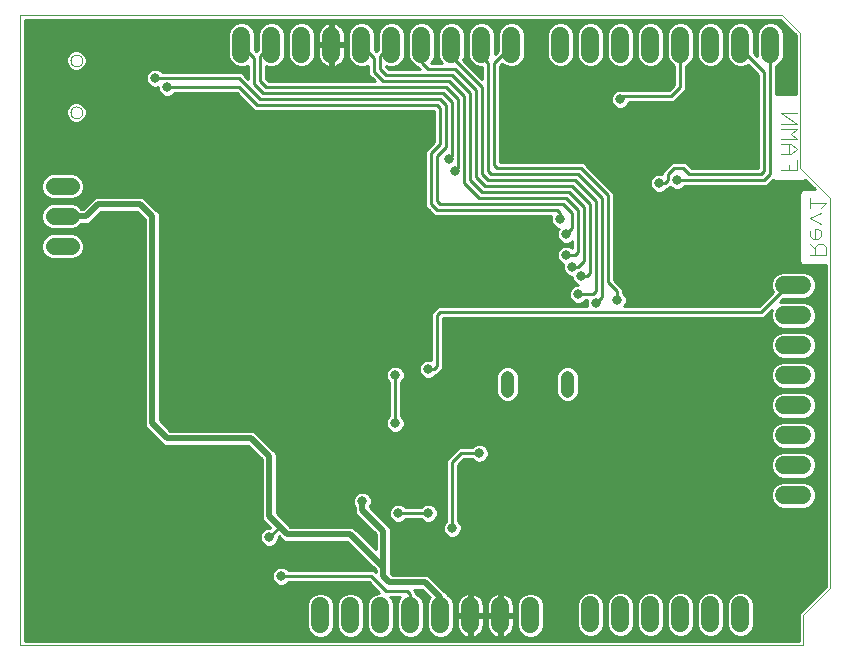
<source format=gbl>
G75*
%MOIN*%
%OFA0B0*%
%FSLAX24Y24*%
%IPPOS*%
%LPD*%
%AMOC8*
5,1,8,0,0,1.08239X$1,22.5*
%
%ADD10C,0.0040*%
%ADD11C,0.0000*%
%ADD12C,0.0440*%
%ADD13C,0.0560*%
%ADD14C,0.0600*%
%ADD15C,0.0318*%
%ADD16C,0.0100*%
%ADD17C,0.0200*%
D10*
X025817Y016206D02*
X026337Y016206D01*
X026337Y016553D01*
X026164Y016722D02*
X026337Y016895D01*
X026164Y017068D01*
X025817Y017068D01*
X025817Y017237D02*
X026337Y017237D01*
X026164Y017411D01*
X026337Y017584D01*
X025817Y017584D01*
X025817Y017753D02*
X026337Y017753D01*
X025817Y018100D01*
X026337Y018100D01*
X026077Y017068D02*
X026077Y016722D01*
X026164Y016722D02*
X025817Y016722D01*
X026077Y016379D02*
X026077Y016206D01*
X026789Y015279D02*
X026789Y014932D01*
X026789Y015106D02*
X027310Y015106D01*
X027136Y014932D01*
X027136Y014764D02*
X026789Y014590D01*
X027136Y014417D01*
X027049Y014248D02*
X027136Y014161D01*
X027136Y013988D01*
X027049Y013901D01*
X026876Y013901D01*
X026789Y013988D01*
X026789Y014161D01*
X026963Y014248D02*
X026963Y013901D01*
X027049Y013732D02*
X026963Y013646D01*
X026963Y013385D01*
X026789Y013385D02*
X027310Y013385D01*
X027310Y013646D01*
X027223Y013732D01*
X027049Y013732D01*
X026963Y013559D02*
X026789Y013732D01*
X026963Y014248D02*
X027049Y014248D01*
D11*
X000459Y021363D02*
X000459Y000363D01*
X026559Y000363D01*
X026559Y001363D01*
X027459Y002263D01*
X027459Y015263D01*
X026459Y016263D01*
X026459Y020763D01*
X025859Y021363D01*
X000459Y021363D01*
X002133Y019857D02*
X002135Y019884D01*
X002141Y019911D01*
X002150Y019937D01*
X002163Y019961D01*
X002179Y019984D01*
X002198Y020003D01*
X002220Y020020D01*
X002244Y020034D01*
X002269Y020044D01*
X002296Y020051D01*
X002323Y020054D01*
X002351Y020053D01*
X002378Y020048D01*
X002404Y020040D01*
X002428Y020028D01*
X002451Y020012D01*
X002472Y019994D01*
X002489Y019973D01*
X002504Y019949D01*
X002515Y019924D01*
X002523Y019898D01*
X002527Y019871D01*
X002527Y019843D01*
X002523Y019816D01*
X002515Y019790D01*
X002504Y019765D01*
X002489Y019741D01*
X002472Y019720D01*
X002451Y019702D01*
X002429Y019686D01*
X002404Y019674D01*
X002378Y019666D01*
X002351Y019661D01*
X002323Y019660D01*
X002296Y019663D01*
X002269Y019670D01*
X002244Y019680D01*
X002220Y019694D01*
X002198Y019711D01*
X002179Y019730D01*
X002163Y019753D01*
X002150Y019777D01*
X002141Y019803D01*
X002135Y019830D01*
X002133Y019857D01*
X002133Y018125D02*
X002135Y018152D01*
X002141Y018179D01*
X002150Y018205D01*
X002163Y018229D01*
X002179Y018252D01*
X002198Y018271D01*
X002220Y018288D01*
X002244Y018302D01*
X002269Y018312D01*
X002296Y018319D01*
X002323Y018322D01*
X002351Y018321D01*
X002378Y018316D01*
X002404Y018308D01*
X002428Y018296D01*
X002451Y018280D01*
X002472Y018262D01*
X002489Y018241D01*
X002504Y018217D01*
X002515Y018192D01*
X002523Y018166D01*
X002527Y018139D01*
X002527Y018111D01*
X002523Y018084D01*
X002515Y018058D01*
X002504Y018033D01*
X002489Y018009D01*
X002472Y017988D01*
X002451Y017970D01*
X002429Y017954D01*
X002404Y017942D01*
X002378Y017934D01*
X002351Y017929D01*
X002323Y017928D01*
X002296Y017931D01*
X002269Y017938D01*
X002244Y017948D01*
X002220Y017962D01*
X002198Y017979D01*
X002179Y017998D01*
X002163Y018021D01*
X002150Y018045D01*
X002141Y018071D01*
X002135Y018098D01*
X002133Y018125D01*
D12*
X016698Y009289D02*
X016698Y008849D01*
X018698Y008849D02*
X018698Y009289D01*
D13*
X002139Y013663D02*
X001579Y013663D01*
X001579Y014663D02*
X002139Y014663D01*
X002139Y015663D02*
X001579Y015663D01*
D14*
X007829Y020077D02*
X007829Y020677D01*
X008829Y020677D02*
X008829Y020077D01*
X009829Y020077D02*
X009829Y020677D01*
X010829Y020677D02*
X010829Y020077D01*
X011829Y020077D02*
X011829Y020677D01*
X012829Y020677D02*
X012829Y020077D01*
X013829Y020077D02*
X013829Y020677D01*
X014829Y020677D02*
X014829Y020077D01*
X015829Y020077D02*
X015829Y020677D01*
X016829Y020677D02*
X016829Y020077D01*
X018462Y020077D02*
X018462Y020677D01*
X019462Y020677D02*
X019462Y020077D01*
X020462Y020077D02*
X020462Y020677D01*
X021462Y020677D02*
X021462Y020077D01*
X022462Y020077D02*
X022462Y020677D01*
X023462Y020677D02*
X023462Y020077D01*
X024462Y020077D02*
X024462Y020677D01*
X025462Y020677D02*
X025462Y020077D01*
X025925Y012368D02*
X026525Y012368D01*
X026525Y011368D02*
X025925Y011368D01*
X025925Y010368D02*
X026525Y010368D01*
X026525Y009368D02*
X025925Y009368D01*
X025925Y008368D02*
X026525Y008368D01*
X026525Y007368D02*
X025925Y007368D01*
X025925Y006368D02*
X026525Y006368D01*
X026525Y005368D02*
X025925Y005368D01*
X024462Y001689D02*
X024462Y001089D01*
X023462Y001089D02*
X023462Y001689D01*
X022462Y001689D02*
X022462Y001089D01*
X021462Y001089D02*
X021462Y001689D01*
X020462Y001689D02*
X020462Y001089D01*
X019462Y001089D02*
X019462Y001689D01*
X017458Y001669D02*
X017458Y001069D01*
X016458Y001069D02*
X016458Y001669D01*
X015458Y001669D02*
X015458Y001069D01*
X014458Y001069D02*
X014458Y001669D01*
X013458Y001669D02*
X013458Y001069D01*
X012458Y001069D02*
X012458Y001669D01*
X011458Y001669D02*
X011458Y001069D01*
X010458Y001069D02*
X010458Y001669D01*
D15*
X009159Y002663D03*
X008759Y003963D03*
X006959Y002363D03*
X011859Y005163D03*
X013059Y004763D03*
X014059Y004763D03*
X014859Y004263D03*
X015759Y006763D03*
X012959Y007763D03*
X012959Y009363D03*
X014059Y009563D03*
X018659Y013363D03*
X018859Y012963D03*
X019159Y012663D03*
X019059Y012063D03*
X019659Y011763D03*
X020359Y011863D03*
X018659Y014063D03*
X018459Y014563D03*
X021259Y014663D03*
X021759Y015763D03*
X022359Y015863D03*
X020459Y018563D03*
X014959Y016163D03*
X014759Y016563D03*
X013159Y016563D03*
X005359Y018963D03*
X004959Y019263D03*
X001059Y009863D03*
D16*
X000609Y009902D02*
X004609Y009902D01*
X004609Y009804D02*
X000609Y009804D01*
X000609Y009705D02*
X004609Y009705D01*
X004609Y009607D02*
X000609Y009607D01*
X000609Y009508D02*
X004609Y009508D01*
X004609Y009410D02*
X000609Y009410D01*
X000609Y009311D02*
X004609Y009311D01*
X004609Y009213D02*
X000609Y009213D01*
X000609Y009114D02*
X004609Y009114D01*
X004609Y009016D02*
X000609Y009016D01*
X000609Y008917D02*
X004609Y008917D01*
X004609Y008819D02*
X000609Y008819D01*
X000609Y008720D02*
X004609Y008720D01*
X004609Y008622D02*
X000609Y008622D01*
X000609Y008523D02*
X004609Y008523D01*
X004609Y008425D02*
X000609Y008425D01*
X000609Y008326D02*
X004609Y008326D01*
X004609Y008228D02*
X000609Y008228D01*
X000609Y008129D02*
X004609Y008129D01*
X004609Y008031D02*
X000609Y008031D01*
X000609Y007932D02*
X004609Y007932D01*
X004609Y007834D02*
X000609Y007834D01*
X000609Y007735D02*
X004609Y007735D01*
X004609Y007713D02*
X004647Y007621D01*
X005147Y007121D01*
X005217Y007051D01*
X005309Y007013D01*
X008055Y007013D01*
X008509Y006559D01*
X008509Y004613D01*
X008547Y004521D01*
X008790Y004277D01*
X008785Y004272D01*
X008697Y004272D01*
X008584Y004225D01*
X008497Y004138D01*
X008450Y004024D01*
X008450Y003901D01*
X008497Y003788D01*
X008584Y003701D01*
X008697Y003654D01*
X008820Y003654D01*
X008934Y003701D01*
X009021Y003788D01*
X009068Y003901D01*
X009068Y003989D01*
X009073Y003994D01*
X009147Y003921D01*
X009217Y003851D01*
X009309Y003813D01*
X011355Y003813D01*
X012309Y002859D01*
X012309Y002795D01*
X012241Y002863D01*
X009396Y002863D01*
X009334Y002925D01*
X009220Y002972D01*
X009097Y002972D01*
X008984Y002925D01*
X008897Y002838D01*
X008850Y002724D01*
X008850Y002601D01*
X008897Y002488D01*
X008984Y002401D01*
X009097Y002354D01*
X009220Y002354D01*
X009334Y002401D01*
X009396Y002463D01*
X012076Y002463D01*
X012420Y002119D01*
X012369Y002119D01*
X012203Y002050D01*
X012077Y001924D01*
X011839Y001924D01*
X011840Y001924D02*
X011713Y002050D01*
X011548Y002119D01*
X011369Y002119D01*
X011203Y002050D01*
X011077Y001924D01*
X010839Y001924D01*
X010840Y001924D02*
X010713Y002050D01*
X010548Y002119D01*
X010369Y002119D01*
X010203Y002050D01*
X010077Y001924D01*
X000609Y001924D01*
X000609Y002022D02*
X010175Y002022D01*
X010077Y001924D02*
X010008Y001758D01*
X010008Y000979D01*
X010077Y000814D01*
X010203Y000687D01*
X010369Y000619D01*
X010548Y000619D01*
X010713Y000687D01*
X010840Y000814D01*
X010908Y000979D01*
X010908Y001758D01*
X010840Y001924D01*
X010880Y001825D02*
X011036Y001825D01*
X011008Y001758D02*
X011077Y001924D01*
X011175Y002022D02*
X010741Y002022D01*
X010908Y001727D02*
X011008Y001727D01*
X011008Y001758D02*
X011008Y000979D01*
X011077Y000814D01*
X011203Y000687D01*
X011369Y000619D01*
X011548Y000619D01*
X011713Y000687D01*
X011840Y000814D01*
X011908Y000979D01*
X011908Y001758D01*
X011840Y001924D01*
X011880Y001825D02*
X012036Y001825D01*
X012008Y001758D02*
X012008Y000979D01*
X012077Y000814D01*
X012203Y000687D01*
X012369Y000619D01*
X012548Y000619D01*
X012713Y000687D01*
X012840Y000814D01*
X012908Y000979D01*
X012908Y001758D01*
X012840Y001924D01*
X012800Y001963D01*
X013116Y001963D01*
X013077Y001924D01*
X012839Y001924D01*
X012880Y001825D02*
X013036Y001825D01*
X013008Y001758D02*
X013008Y000979D01*
X013077Y000814D01*
X013203Y000687D01*
X013369Y000619D01*
X013548Y000619D01*
X013713Y000687D01*
X013840Y000814D01*
X013908Y000979D01*
X013908Y001758D01*
X013840Y001924D01*
X013713Y002050D01*
X013658Y002073D01*
X013658Y002146D01*
X013591Y002213D01*
X013855Y002213D01*
X014110Y001957D01*
X014077Y001924D01*
X013839Y001924D01*
X013880Y001825D02*
X014036Y001825D01*
X014008Y001758D02*
X014008Y000979D01*
X014077Y000814D01*
X014203Y000687D01*
X014369Y000619D01*
X014548Y000619D01*
X014713Y000687D01*
X014840Y000814D01*
X014908Y000979D01*
X014908Y001758D01*
X014840Y001924D01*
X014713Y002050D01*
X014688Y002060D01*
X014670Y002105D01*
X014600Y002175D01*
X014100Y002675D01*
X014008Y002713D01*
X012862Y002713D01*
X012809Y002766D01*
X012809Y004212D01*
X012771Y004304D01*
X012109Y004966D01*
X012109Y004976D01*
X012121Y004988D01*
X012168Y005101D01*
X012168Y005224D01*
X012121Y005338D01*
X012034Y005425D01*
X011920Y005472D01*
X011797Y005472D01*
X011684Y005425D01*
X011597Y005338D01*
X011550Y005224D01*
X011550Y005101D01*
X011597Y004988D01*
X011609Y004976D01*
X011609Y004813D01*
X011647Y004721D01*
X011717Y004651D01*
X012309Y004059D01*
X012309Y003566D01*
X011600Y004275D01*
X011508Y004313D01*
X009462Y004313D01*
X009250Y004525D01*
X009009Y004766D01*
X009009Y006712D01*
X008971Y006804D01*
X008900Y006875D01*
X008300Y007475D01*
X008208Y007513D01*
X005462Y007513D01*
X005109Y007866D01*
X005109Y014712D01*
X005071Y014804D01*
X005000Y014875D01*
X004600Y015275D01*
X004508Y015313D01*
X003009Y015313D01*
X002917Y015275D01*
X002847Y015204D01*
X002555Y014913D01*
X002497Y014913D01*
X002382Y015027D01*
X002224Y015093D01*
X001493Y015093D01*
X001335Y015027D01*
X001214Y014906D01*
X001149Y014748D01*
X001149Y014577D01*
X001214Y014419D01*
X001335Y014298D01*
X001493Y014233D01*
X002224Y014233D01*
X002382Y014298D01*
X002497Y014413D01*
X002708Y014413D01*
X002800Y014451D01*
X003162Y014813D01*
X004355Y014813D01*
X004609Y014559D01*
X004609Y007713D01*
X004640Y007637D02*
X000609Y007637D01*
X000609Y007538D02*
X004730Y007538D01*
X004828Y007440D02*
X000609Y007440D01*
X000609Y007341D02*
X004927Y007341D01*
X005025Y007243D02*
X000609Y007243D01*
X000609Y007144D02*
X005124Y007144D01*
X005229Y007046D02*
X000609Y007046D01*
X000609Y006947D02*
X008121Y006947D01*
X008219Y006849D02*
X000609Y006849D01*
X000609Y006750D02*
X008318Y006750D01*
X008416Y006652D02*
X000609Y006652D01*
X000609Y006553D02*
X008509Y006553D01*
X008509Y006455D02*
X000609Y006455D01*
X000609Y006356D02*
X008509Y006356D01*
X008509Y006258D02*
X000609Y006258D01*
X000609Y006159D02*
X008509Y006159D01*
X008509Y006061D02*
X000609Y006061D01*
X000609Y005962D02*
X008509Y005962D01*
X008509Y005864D02*
X000609Y005864D01*
X000609Y005765D02*
X008509Y005765D01*
X008509Y005667D02*
X000609Y005667D01*
X000609Y005568D02*
X008509Y005568D01*
X008509Y005470D02*
X000609Y005470D01*
X000609Y005371D02*
X008509Y005371D01*
X008509Y005273D02*
X000609Y005273D01*
X000609Y005174D02*
X008509Y005174D01*
X008509Y005076D02*
X000609Y005076D01*
X000609Y004977D02*
X008509Y004977D01*
X008509Y004879D02*
X000609Y004879D01*
X000609Y004780D02*
X008509Y004780D01*
X008509Y004682D02*
X000609Y004682D01*
X000609Y004583D02*
X008521Y004583D01*
X008583Y004485D02*
X000609Y004485D01*
X000609Y004386D02*
X008682Y004386D01*
X008780Y004288D02*
X000609Y004288D01*
X000609Y004189D02*
X008548Y004189D01*
X008477Y004091D02*
X000609Y004091D01*
X000609Y003992D02*
X008450Y003992D01*
X008453Y003894D02*
X000609Y003894D01*
X000609Y003795D02*
X008493Y003795D01*
X008593Y003697D02*
X000609Y003697D01*
X000609Y003598D02*
X011570Y003598D01*
X011668Y003500D02*
X000609Y003500D01*
X000609Y003401D02*
X011767Y003401D01*
X011865Y003303D02*
X000609Y003303D01*
X000609Y003204D02*
X011964Y003204D01*
X012062Y003106D02*
X000609Y003106D01*
X000609Y003007D02*
X012161Y003007D01*
X012259Y002909D02*
X009350Y002909D01*
X009159Y002663D02*
X012159Y002663D01*
X012659Y002163D01*
X013359Y002163D01*
X013458Y002063D01*
X013458Y001369D01*
X013008Y001333D02*
X012908Y001333D01*
X012908Y001431D02*
X013008Y001431D01*
X013008Y001530D02*
X012908Y001530D01*
X012908Y001628D02*
X013008Y001628D01*
X013008Y001727D02*
X012908Y001727D01*
X013008Y001758D02*
X013077Y001924D01*
X013658Y002121D02*
X013947Y002121D01*
X014046Y002022D02*
X013741Y002022D01*
X013908Y001727D02*
X014008Y001727D01*
X014008Y001758D02*
X014077Y001924D01*
X014008Y001628D02*
X013908Y001628D01*
X013908Y001530D02*
X014008Y001530D01*
X014008Y001431D02*
X013908Y001431D01*
X013908Y001333D02*
X014008Y001333D01*
X014008Y001234D02*
X013908Y001234D01*
X013908Y001136D02*
X014008Y001136D01*
X014008Y001037D02*
X013908Y001037D01*
X013891Y000939D02*
X014025Y000939D01*
X014066Y000840D02*
X013850Y000840D01*
X013767Y000742D02*
X014149Y000742D01*
X014310Y000643D02*
X013606Y000643D01*
X013310Y000643D02*
X012606Y000643D01*
X012767Y000742D02*
X013149Y000742D01*
X013066Y000840D02*
X012850Y000840D01*
X012891Y000939D02*
X013025Y000939D01*
X013008Y001037D02*
X012908Y001037D01*
X012908Y001136D02*
X013008Y001136D01*
X013008Y001234D02*
X012908Y001234D01*
X012310Y000643D02*
X011606Y000643D01*
X011767Y000742D02*
X012149Y000742D01*
X012066Y000840D02*
X011850Y000840D01*
X011891Y000939D02*
X012025Y000939D01*
X012008Y001037D02*
X011908Y001037D01*
X011908Y001136D02*
X012008Y001136D01*
X012008Y001234D02*
X011908Y001234D01*
X011908Y001333D02*
X012008Y001333D01*
X012008Y001431D02*
X011908Y001431D01*
X011908Y001530D02*
X012008Y001530D01*
X012008Y001628D02*
X011908Y001628D01*
X011908Y001727D02*
X012008Y001727D01*
X012008Y001758D02*
X012077Y001924D01*
X012175Y002022D02*
X011741Y002022D01*
X012122Y002416D02*
X009349Y002416D01*
X008968Y002416D02*
X000609Y002416D01*
X000609Y002318D02*
X012221Y002318D01*
X012319Y002219D02*
X000609Y002219D01*
X000609Y002121D02*
X012418Y002121D01*
X012309Y002810D02*
X012294Y002810D01*
X012809Y002810D02*
X027309Y002810D01*
X027309Y002712D02*
X014011Y002712D01*
X014162Y002613D02*
X027309Y002613D01*
X027309Y002515D02*
X014260Y002515D01*
X014359Y002416D02*
X027309Y002416D01*
X027309Y002325D02*
X026496Y001513D01*
X026409Y001425D01*
X026409Y000513D01*
X000609Y000513D01*
X000609Y021213D01*
X025796Y021213D01*
X026309Y020700D01*
X026309Y018747D01*
X025659Y018747D01*
X025659Y019671D01*
X025717Y019695D01*
X025844Y019822D01*
X025912Y019987D01*
X025912Y020766D01*
X025844Y020932D01*
X025717Y021058D01*
X025552Y021127D01*
X025373Y021127D01*
X025208Y021058D01*
X025081Y020932D01*
X025012Y020766D01*
X025012Y019992D01*
X024912Y020092D01*
X024912Y020766D01*
X024844Y020932D01*
X024717Y021058D01*
X024552Y021127D01*
X024373Y021127D01*
X024208Y021058D01*
X024081Y020932D01*
X024012Y020766D01*
X024012Y019987D01*
X024081Y019822D01*
X024208Y019695D01*
X024373Y019627D01*
X024552Y019627D01*
X024717Y019695D01*
X024730Y019708D01*
X025059Y019380D01*
X025059Y016263D01*
X022841Y016263D01*
X022641Y016463D01*
X022176Y016463D01*
X022059Y016345D01*
X021859Y016145D01*
X021859Y016056D01*
X021820Y016072D01*
X021697Y016072D01*
X021584Y016025D01*
X021497Y015938D01*
X021450Y015824D01*
X021450Y015701D01*
X021497Y015588D01*
X021584Y015501D01*
X021697Y015454D01*
X021820Y015454D01*
X021934Y015501D01*
X021996Y015563D01*
X022041Y015563D01*
X022131Y015653D01*
X022184Y015601D01*
X022297Y015554D01*
X022420Y015554D01*
X022534Y015601D01*
X022596Y015663D01*
X025341Y015663D01*
X025543Y015864D01*
X025543Y015864D01*
X025562Y015857D01*
X025581Y015852D01*
X025600Y015849D01*
X026553Y015849D01*
X026573Y015852D01*
X026592Y015857D01*
X026610Y015864D01*
X026627Y015874D01*
X026631Y015878D01*
X026934Y015575D01*
X026573Y015575D01*
X026553Y015573D01*
X026534Y015567D01*
X026516Y015560D01*
X026499Y015550D01*
X026483Y015538D01*
X026469Y015524D01*
X026457Y015509D01*
X026448Y015492D01*
X026440Y015473D01*
X026435Y015454D01*
X026432Y015435D01*
X026432Y013169D01*
X026435Y013149D01*
X026440Y013130D01*
X026448Y013112D01*
X026457Y013095D01*
X026469Y013080D01*
X026483Y013066D01*
X026499Y013054D01*
X026516Y013044D01*
X026534Y013036D01*
X026553Y013031D01*
X026573Y013029D01*
X027309Y013029D01*
X027309Y002325D01*
X027301Y002318D02*
X014457Y002318D01*
X014556Y002219D02*
X027203Y002219D01*
X027104Y002121D02*
X024595Y002121D01*
X024552Y002139D02*
X024717Y002070D01*
X024844Y001943D01*
X024912Y001778D01*
X024912Y000999D01*
X024844Y000834D01*
X024717Y000707D01*
X024552Y000639D01*
X024373Y000639D01*
X024208Y000707D01*
X024081Y000834D01*
X024012Y000999D01*
X024012Y001778D01*
X024081Y001943D01*
X024208Y002070D01*
X024373Y002139D01*
X024552Y002139D01*
X024330Y002121D02*
X023595Y002121D01*
X023552Y002139D02*
X023373Y002139D01*
X023208Y002070D01*
X023081Y001943D01*
X023012Y001778D01*
X023012Y000999D01*
X023081Y000834D01*
X023208Y000707D01*
X023373Y000639D01*
X023552Y000639D01*
X023717Y000707D01*
X023844Y000834D01*
X023912Y000999D01*
X023912Y001778D01*
X023844Y001943D01*
X023717Y002070D01*
X023552Y002139D01*
X023330Y002121D02*
X022595Y002121D01*
X022552Y002139D02*
X022373Y002139D01*
X022208Y002070D01*
X022081Y001943D01*
X022012Y001778D01*
X022012Y000999D01*
X022081Y000834D01*
X022208Y000707D01*
X022373Y000639D01*
X022552Y000639D01*
X022717Y000707D01*
X022844Y000834D01*
X022912Y000999D01*
X022912Y001778D01*
X022844Y001943D01*
X022717Y002070D01*
X022552Y002139D01*
X022330Y002121D02*
X021595Y002121D01*
X021552Y002139D02*
X021373Y002139D01*
X021208Y002070D01*
X021081Y001943D01*
X021012Y001778D01*
X021012Y000999D01*
X021081Y000834D01*
X021208Y000707D01*
X021373Y000639D01*
X021552Y000639D01*
X021717Y000707D01*
X021844Y000834D01*
X021912Y000999D01*
X021912Y001778D01*
X021844Y001943D01*
X021717Y002070D01*
X021552Y002139D01*
X021330Y002121D02*
X020595Y002121D01*
X020552Y002139D02*
X020373Y002139D01*
X020208Y002070D01*
X020081Y001943D01*
X020012Y001778D01*
X020012Y000999D01*
X020081Y000834D01*
X020208Y000707D01*
X020373Y000639D01*
X020552Y000639D01*
X020717Y000707D01*
X020844Y000834D01*
X020912Y000999D01*
X020912Y001778D01*
X020844Y001943D01*
X020717Y002070D01*
X020552Y002139D01*
X020330Y002121D02*
X019595Y002121D01*
X019552Y002139D02*
X019373Y002139D01*
X019208Y002070D01*
X019081Y001943D01*
X019012Y001778D01*
X019012Y000999D01*
X019081Y000834D01*
X019208Y000707D01*
X019373Y000639D01*
X019552Y000639D01*
X019717Y000707D01*
X019844Y000834D01*
X019912Y000999D01*
X019912Y001778D01*
X019844Y001943D01*
X019717Y002070D01*
X019552Y002139D01*
X019330Y002121D02*
X014654Y002121D01*
X014741Y002022D02*
X015179Y002022D01*
X015165Y002012D02*
X015115Y001962D01*
X015073Y001905D01*
X015041Y001841D01*
X015019Y001774D01*
X015008Y001704D01*
X015008Y001419D01*
X015408Y001419D01*
X015408Y002116D01*
X015353Y002108D01*
X015285Y002086D01*
X015222Y002054D01*
X015165Y002012D01*
X015087Y001924D02*
X014839Y001924D01*
X014880Y001825D02*
X015036Y001825D01*
X015012Y001727D02*
X014908Y001727D01*
X014908Y001628D02*
X015008Y001628D01*
X015008Y001530D02*
X014908Y001530D01*
X014908Y001431D02*
X015008Y001431D01*
X015008Y001319D02*
X015008Y001033D01*
X015019Y000963D01*
X015041Y000896D01*
X015073Y000833D01*
X015115Y000776D01*
X015165Y000725D01*
X015222Y000684D01*
X015285Y000652D01*
X015353Y000630D01*
X015408Y000621D01*
X015408Y001319D01*
X015008Y001319D01*
X015008Y001234D02*
X014908Y001234D01*
X014908Y001136D02*
X015008Y001136D01*
X015008Y001037D02*
X014908Y001037D01*
X014891Y000939D02*
X015027Y000939D01*
X015069Y000840D02*
X014850Y000840D01*
X014767Y000742D02*
X015149Y000742D01*
X015312Y000643D02*
X014606Y000643D01*
X015408Y000643D02*
X015508Y000643D01*
X015508Y000621D02*
X015563Y000630D01*
X015631Y000652D01*
X015694Y000684D01*
X015751Y000725D01*
X015801Y000776D01*
X015843Y000833D01*
X015875Y000896D01*
X015897Y000963D01*
X015908Y001033D01*
X015908Y001319D01*
X015508Y001319D01*
X015508Y001419D01*
X015408Y001419D01*
X015408Y001319D01*
X015508Y001319D01*
X015508Y000621D01*
X015604Y000643D02*
X016312Y000643D01*
X016285Y000652D02*
X016353Y000630D01*
X016408Y000621D01*
X016408Y001319D01*
X016008Y001319D01*
X016008Y001033D01*
X016019Y000963D01*
X016041Y000896D01*
X016073Y000833D01*
X016115Y000776D01*
X016165Y000725D01*
X016222Y000684D01*
X016285Y000652D01*
X016408Y000643D02*
X016508Y000643D01*
X016508Y000621D02*
X016563Y000630D01*
X016631Y000652D01*
X016694Y000684D01*
X016751Y000725D01*
X016801Y000776D01*
X016843Y000833D01*
X016875Y000896D01*
X016897Y000963D01*
X016908Y001033D01*
X016908Y001319D01*
X016508Y001319D01*
X016508Y001419D01*
X016408Y001419D01*
X016408Y002116D01*
X016353Y002108D01*
X016285Y002086D01*
X016222Y002054D01*
X016165Y002012D01*
X016115Y001962D01*
X016073Y001905D01*
X016041Y001841D01*
X016019Y001774D01*
X016008Y001704D01*
X016008Y001419D01*
X016408Y001419D01*
X016408Y001319D01*
X016508Y001319D01*
X016508Y000621D01*
X016604Y000643D02*
X017310Y000643D01*
X017369Y000619D02*
X017548Y000619D01*
X017713Y000687D01*
X017840Y000814D01*
X017908Y000979D01*
X017908Y001758D01*
X017840Y001924D01*
X017713Y002050D01*
X017548Y002119D01*
X017369Y002119D01*
X017203Y002050D01*
X017077Y001924D01*
X016829Y001924D01*
X016843Y001905D02*
X016801Y001962D01*
X016751Y002012D01*
X016694Y002054D01*
X016631Y002086D01*
X016563Y002108D01*
X016508Y002116D01*
X016508Y001419D01*
X016908Y001419D01*
X016908Y001704D01*
X016897Y001774D01*
X016875Y001841D01*
X016843Y001905D01*
X016880Y001825D02*
X017036Y001825D01*
X017008Y001758D02*
X017077Y001924D01*
X017175Y002022D02*
X016737Y002022D01*
X016508Y002022D02*
X016408Y002022D01*
X016408Y001924D02*
X016508Y001924D01*
X016508Y001825D02*
X016408Y001825D01*
X016408Y001727D02*
X016508Y001727D01*
X016508Y001628D02*
X016408Y001628D01*
X016408Y001530D02*
X016508Y001530D01*
X016508Y001431D02*
X016408Y001431D01*
X016408Y001333D02*
X015508Y001333D01*
X015508Y001419D02*
X015908Y001419D01*
X015908Y001704D01*
X015897Y001774D01*
X015875Y001841D01*
X015843Y001905D01*
X015801Y001962D01*
X015751Y002012D01*
X015694Y002054D01*
X015631Y002086D01*
X015563Y002108D01*
X015508Y002116D01*
X015508Y001419D01*
X015508Y001431D02*
X015408Y001431D01*
X015408Y001333D02*
X014908Y001333D01*
X015408Y001234D02*
X015508Y001234D01*
X015508Y001136D02*
X015408Y001136D01*
X015408Y001037D02*
X015508Y001037D01*
X015508Y000939D02*
X015408Y000939D01*
X015408Y000840D02*
X015508Y000840D01*
X015508Y000742D02*
X015408Y000742D01*
X015767Y000742D02*
X016149Y000742D01*
X016069Y000840D02*
X015847Y000840D01*
X015889Y000939D02*
X016027Y000939D01*
X016008Y001037D02*
X015908Y001037D01*
X015908Y001136D02*
X016008Y001136D01*
X016008Y001234D02*
X015908Y001234D01*
X015908Y001431D02*
X016008Y001431D01*
X016008Y001530D02*
X015908Y001530D01*
X015908Y001628D02*
X016008Y001628D01*
X016012Y001727D02*
X015904Y001727D01*
X015880Y001825D02*
X016036Y001825D01*
X016087Y001924D02*
X015829Y001924D01*
X015737Y002022D02*
X016179Y002022D01*
X015508Y002022D02*
X015408Y002022D01*
X015408Y001924D02*
X015508Y001924D01*
X015508Y001825D02*
X015408Y001825D01*
X015408Y001727D02*
X015508Y001727D01*
X015508Y001628D02*
X015408Y001628D01*
X015408Y001530D02*
X015508Y001530D01*
X016408Y001234D02*
X016508Y001234D01*
X016508Y001136D02*
X016408Y001136D01*
X016408Y001037D02*
X016508Y001037D01*
X016508Y000939D02*
X016408Y000939D01*
X016408Y000840D02*
X016508Y000840D01*
X016508Y000742D02*
X016408Y000742D01*
X016767Y000742D02*
X017149Y000742D01*
X017203Y000687D02*
X017369Y000619D01*
X017203Y000687D02*
X017077Y000814D01*
X017008Y000979D01*
X017008Y001758D01*
X017008Y001727D02*
X016904Y001727D01*
X016908Y001628D02*
X017008Y001628D01*
X017008Y001530D02*
X016908Y001530D01*
X016908Y001431D02*
X017008Y001431D01*
X017008Y001333D02*
X016508Y001333D01*
X016908Y001234D02*
X017008Y001234D01*
X017008Y001136D02*
X016908Y001136D01*
X016908Y001037D02*
X017008Y001037D01*
X017025Y000939D02*
X016889Y000939D01*
X016847Y000840D02*
X017066Y000840D01*
X017606Y000643D02*
X019362Y000643D01*
X019563Y000643D02*
X020362Y000643D01*
X020563Y000643D02*
X021362Y000643D01*
X021563Y000643D02*
X022362Y000643D01*
X022563Y000643D02*
X023362Y000643D01*
X023563Y000643D02*
X024362Y000643D01*
X024563Y000643D02*
X026409Y000643D01*
X026409Y000545D02*
X000609Y000545D01*
X000609Y000643D02*
X010310Y000643D01*
X010149Y000742D02*
X000609Y000742D01*
X000609Y000840D02*
X010066Y000840D01*
X010025Y000939D02*
X000609Y000939D01*
X000609Y001037D02*
X010008Y001037D01*
X010008Y001136D02*
X000609Y001136D01*
X000609Y001234D02*
X010008Y001234D01*
X010008Y001333D02*
X000609Y001333D01*
X000609Y001431D02*
X010008Y001431D01*
X010008Y001530D02*
X000609Y001530D01*
X000609Y001628D02*
X010008Y001628D01*
X010008Y001727D02*
X000609Y001727D01*
X000609Y001825D02*
X010036Y001825D01*
X010908Y001628D02*
X011008Y001628D01*
X011008Y001530D02*
X010908Y001530D01*
X010908Y001431D02*
X011008Y001431D01*
X011008Y001333D02*
X010908Y001333D01*
X010908Y001234D02*
X011008Y001234D01*
X011008Y001136D02*
X010908Y001136D01*
X010908Y001037D02*
X011008Y001037D01*
X011025Y000939D02*
X010891Y000939D01*
X010850Y000840D02*
X011066Y000840D01*
X011149Y000742D02*
X010767Y000742D01*
X010606Y000643D02*
X011310Y000643D01*
X008885Y002515D02*
X000609Y002515D01*
X000609Y002613D02*
X008850Y002613D01*
X008850Y002712D02*
X000609Y002712D01*
X000609Y002810D02*
X008885Y002810D01*
X008968Y002909D02*
X000609Y002909D01*
X005437Y007538D02*
X012746Y007538D01*
X012784Y007501D02*
X012897Y007454D01*
X013020Y007454D01*
X013134Y007501D01*
X013221Y007588D01*
X013268Y007701D01*
X013268Y007824D01*
X013221Y007938D01*
X013159Y008000D01*
X013159Y009126D01*
X013221Y009188D01*
X013268Y009301D01*
X013268Y009424D01*
X013221Y009538D01*
X013134Y009625D01*
X013020Y009672D01*
X012897Y009672D01*
X012784Y009625D01*
X012697Y009538D01*
X012650Y009424D01*
X012650Y009301D01*
X012697Y009188D01*
X012759Y009126D01*
X012759Y008000D01*
X012697Y007938D01*
X012650Y007824D01*
X012650Y007701D01*
X012697Y007588D01*
X012784Y007501D01*
X012676Y007637D02*
X005338Y007637D01*
X005240Y007735D02*
X012650Y007735D01*
X012654Y007834D02*
X005141Y007834D01*
X005109Y007932D02*
X012694Y007932D01*
X012759Y008031D02*
X005109Y008031D01*
X005109Y008129D02*
X012759Y008129D01*
X012759Y008228D02*
X005109Y008228D01*
X005109Y008326D02*
X012759Y008326D01*
X012759Y008425D02*
X005109Y008425D01*
X005109Y008523D02*
X012759Y008523D01*
X012759Y008622D02*
X005109Y008622D01*
X005109Y008720D02*
X012759Y008720D01*
X012759Y008819D02*
X005109Y008819D01*
X005109Y008917D02*
X012759Y008917D01*
X012759Y009016D02*
X005109Y009016D01*
X005109Y009114D02*
X012759Y009114D01*
X012686Y009213D02*
X005109Y009213D01*
X005109Y009311D02*
X012650Y009311D01*
X012650Y009410D02*
X005109Y009410D01*
X005109Y009508D02*
X012684Y009508D01*
X012766Y009607D02*
X005109Y009607D01*
X005109Y009705D02*
X013783Y009705D01*
X013797Y009738D02*
X013750Y009624D01*
X013750Y009501D01*
X013797Y009388D01*
X013884Y009301D01*
X013997Y009254D01*
X014120Y009254D01*
X014234Y009301D01*
X014296Y009363D01*
X014341Y009363D01*
X014441Y009463D01*
X014559Y009580D01*
X014559Y011263D01*
X025241Y011263D01*
X025503Y011524D01*
X025475Y011458D01*
X025475Y011279D01*
X025544Y011114D01*
X025671Y010987D01*
X025836Y010918D01*
X026615Y010918D01*
X026780Y010987D01*
X026907Y011114D01*
X026975Y011279D01*
X026975Y011458D01*
X026907Y011623D01*
X026780Y011750D01*
X026615Y011818D01*
X025836Y011818D01*
X025770Y011791D01*
X025897Y011918D01*
X026615Y011918D01*
X026780Y011987D01*
X026907Y012114D01*
X026975Y012279D01*
X026975Y012458D01*
X026907Y012623D01*
X026780Y012750D01*
X026615Y012818D01*
X025836Y012818D01*
X025671Y012750D01*
X025544Y012623D01*
X025475Y012458D01*
X025475Y012279D01*
X025539Y012126D01*
X025076Y011663D01*
X020596Y011663D01*
X020621Y011688D01*
X020668Y011801D01*
X020668Y011924D01*
X020621Y012038D01*
X020559Y012100D01*
X020559Y012245D01*
X020259Y012545D01*
X020259Y015445D01*
X019359Y016345D01*
X019241Y016463D01*
X016459Y016463D01*
X016459Y019680D01*
X016524Y019745D01*
X016574Y019695D01*
X016740Y019627D01*
X016919Y019627D01*
X017084Y019695D01*
X017211Y019822D01*
X017279Y019987D01*
X017279Y020766D01*
X017211Y020932D01*
X017084Y021058D01*
X016919Y021127D01*
X016740Y021127D01*
X016574Y021058D01*
X016448Y020932D01*
X016379Y020766D01*
X016379Y020166D01*
X016279Y020066D01*
X016279Y020766D01*
X016211Y020932D01*
X016084Y021058D01*
X015919Y021127D01*
X015740Y021127D01*
X015574Y021058D01*
X015448Y020932D01*
X015379Y020766D01*
X015379Y019987D01*
X015448Y019822D01*
X015574Y019695D01*
X015740Y019627D01*
X015859Y019627D01*
X015859Y019245D01*
X015232Y019872D01*
X015279Y019987D01*
X015279Y020766D01*
X015211Y020932D01*
X015084Y021058D01*
X014919Y021127D01*
X014740Y021127D01*
X014574Y021058D01*
X014448Y020932D01*
X014379Y020766D01*
X014379Y019987D01*
X014448Y019822D01*
X014507Y019763D01*
X014151Y019763D01*
X014211Y019822D01*
X014279Y019987D01*
X014279Y020766D01*
X014211Y020932D01*
X014084Y021058D01*
X013919Y021127D01*
X013740Y021127D01*
X013574Y021058D01*
X013448Y020932D01*
X013379Y020766D01*
X013379Y019987D01*
X013448Y019822D01*
X013574Y019695D01*
X013692Y019647D01*
X013776Y019563D01*
X012741Y019563D01*
X012659Y019645D01*
X012659Y019660D01*
X012740Y019627D01*
X012919Y019627D01*
X013084Y019695D01*
X013211Y019822D01*
X013279Y019987D01*
X013279Y020766D01*
X013211Y020932D01*
X013084Y021058D01*
X012919Y021127D01*
X012740Y021127D01*
X012574Y021058D01*
X012448Y020932D01*
X012379Y020766D01*
X012379Y020210D01*
X012329Y020160D01*
X012279Y020210D01*
X012279Y020766D01*
X012211Y020932D01*
X012084Y021058D01*
X011919Y021127D01*
X011740Y021127D01*
X011574Y021058D01*
X011448Y020932D01*
X011379Y020766D01*
X011379Y019987D01*
X011448Y019822D01*
X011574Y019695D01*
X011740Y019627D01*
X011919Y019627D01*
X012059Y019685D01*
X012059Y019380D01*
X012176Y019263D01*
X012276Y019163D01*
X008741Y019163D01*
X008659Y019245D01*
X008659Y019660D01*
X008740Y019627D01*
X008919Y019627D01*
X009084Y019695D01*
X009211Y019822D01*
X009279Y019987D01*
X009279Y020766D01*
X009211Y020932D01*
X009084Y021058D01*
X008919Y021127D01*
X008740Y021127D01*
X008574Y021058D01*
X008448Y020932D01*
X008379Y020766D01*
X008379Y020210D01*
X008329Y020160D01*
X008279Y020210D01*
X008279Y020766D01*
X008211Y020932D01*
X008084Y021058D01*
X007919Y021127D01*
X007740Y021127D01*
X007574Y021058D01*
X007448Y020932D01*
X007379Y020766D01*
X007379Y019987D01*
X007448Y019822D01*
X007574Y019695D01*
X007740Y019627D01*
X007919Y019627D01*
X008059Y019685D01*
X008059Y019245D01*
X007959Y019345D01*
X007841Y019463D01*
X005196Y019463D01*
X005134Y019525D01*
X005020Y019572D01*
X004897Y019572D01*
X004784Y019525D01*
X004697Y019438D01*
X004650Y019324D01*
X004650Y019201D01*
X004697Y019088D01*
X004784Y019001D01*
X004897Y018954D01*
X005020Y018954D01*
X005050Y018966D01*
X005050Y018901D01*
X005097Y018788D01*
X005184Y018701D01*
X005297Y018654D01*
X005420Y018654D01*
X005534Y018701D01*
X005596Y018763D01*
X007676Y018763D01*
X008159Y018280D01*
X008276Y018163D01*
X014259Y018163D01*
X014259Y017145D01*
X013959Y016845D01*
X013959Y014980D01*
X014076Y014863D01*
X014159Y014780D01*
X014159Y014780D01*
X014276Y014663D01*
X018166Y014663D01*
X018150Y014624D01*
X018150Y014501D01*
X018197Y014388D01*
X018284Y014301D01*
X018397Y014254D01*
X018412Y014254D01*
X018397Y014238D01*
X018350Y014124D01*
X018350Y014001D01*
X018397Y013888D01*
X018484Y013801D01*
X018597Y013754D01*
X018720Y013754D01*
X018834Y013801D01*
X018859Y013826D01*
X018859Y013600D01*
X018834Y013625D01*
X018720Y013672D01*
X018597Y013672D01*
X018484Y013625D01*
X018397Y013538D01*
X018350Y013424D01*
X018350Y013301D01*
X018397Y013188D01*
X018484Y013101D01*
X018567Y013066D01*
X018550Y013024D01*
X018550Y012901D01*
X018597Y012788D01*
X018684Y012701D01*
X018797Y012654D01*
X018850Y012654D01*
X018850Y012601D01*
X018897Y012488D01*
X018984Y012401D01*
X019053Y012372D01*
X018997Y012372D01*
X018884Y012325D01*
X018797Y012238D01*
X018750Y012124D01*
X018750Y012001D01*
X018797Y011888D01*
X018884Y011801D01*
X018997Y011754D01*
X019120Y011754D01*
X019234Y011801D01*
X019296Y011863D01*
X019366Y011863D01*
X019350Y011824D01*
X019350Y011701D01*
X019366Y011663D01*
X014376Y011663D01*
X014276Y011563D01*
X014276Y011563D01*
X014159Y011445D01*
X014159Y009856D01*
X014120Y009872D01*
X013997Y009872D01*
X013884Y009825D01*
X013797Y009738D01*
X013863Y009804D02*
X005109Y009804D01*
X005109Y009902D02*
X014159Y009902D01*
X014159Y010001D02*
X005109Y010001D01*
X005109Y010099D02*
X014159Y010099D01*
X014159Y010198D02*
X005109Y010198D01*
X005109Y010296D02*
X014159Y010296D01*
X014159Y010395D02*
X005109Y010395D01*
X005109Y010493D02*
X014159Y010493D01*
X014159Y010592D02*
X005109Y010592D01*
X005109Y010690D02*
X014159Y010690D01*
X014159Y010789D02*
X005109Y010789D01*
X005109Y010887D02*
X014159Y010887D01*
X014159Y010986D02*
X005109Y010986D01*
X005109Y011084D02*
X014159Y011084D01*
X014159Y011183D02*
X005109Y011183D01*
X005109Y011281D02*
X014159Y011281D01*
X014159Y011380D02*
X005109Y011380D01*
X005109Y011478D02*
X014191Y011478D01*
X014290Y011577D02*
X005109Y011577D01*
X005109Y011675D02*
X019360Y011675D01*
X019350Y011774D02*
X019169Y011774D01*
X018949Y011774D02*
X005109Y011774D01*
X005109Y011872D02*
X018812Y011872D01*
X018762Y011971D02*
X005109Y011971D01*
X005109Y012069D02*
X018750Y012069D01*
X018768Y012168D02*
X005109Y012168D01*
X005109Y012266D02*
X018825Y012266D01*
X018980Y012365D02*
X005109Y012365D01*
X005109Y012463D02*
X018921Y012463D01*
X018866Y012562D02*
X005109Y012562D01*
X005109Y012660D02*
X018781Y012660D01*
X018625Y012759D02*
X005109Y012759D01*
X005109Y012857D02*
X018568Y012857D01*
X018550Y012956D02*
X005109Y012956D01*
X005109Y013054D02*
X018562Y013054D01*
X018431Y013153D02*
X005109Y013153D01*
X005109Y013251D02*
X018370Y013251D01*
X018350Y013350D02*
X005109Y013350D01*
X005109Y013448D02*
X018360Y013448D01*
X018406Y013547D02*
X005109Y013547D01*
X005109Y013645D02*
X018533Y013645D01*
X018442Y013842D02*
X005109Y013842D01*
X005109Y013744D02*
X018859Y013744D01*
X018859Y013645D02*
X018784Y013645D01*
X019059Y013463D02*
X019059Y014863D01*
X018659Y015263D01*
X015759Y015263D01*
X015259Y015763D01*
X015259Y018663D01*
X014759Y019163D01*
X012559Y019163D01*
X012259Y019463D01*
X012259Y019948D01*
X011829Y020377D01*
X011379Y020343D02*
X010879Y020343D01*
X010879Y020327D02*
X010879Y020427D01*
X010779Y020427D01*
X010779Y020327D01*
X010379Y020327D01*
X010379Y020041D01*
X010390Y019971D01*
X010412Y019904D01*
X010444Y019841D01*
X010486Y019784D01*
X010536Y019734D01*
X010593Y019692D01*
X010657Y019660D01*
X010724Y019638D01*
X010779Y019629D01*
X010779Y020327D01*
X010879Y020327D01*
X010879Y019629D01*
X010935Y019638D01*
X011002Y019660D01*
X011065Y019692D01*
X011122Y019734D01*
X011173Y019784D01*
X011214Y019841D01*
X011246Y019904D01*
X011268Y019971D01*
X011279Y020041D01*
X011279Y020327D01*
X010879Y020327D01*
X010879Y020245D02*
X010779Y020245D01*
X010779Y020343D02*
X010279Y020343D01*
X010279Y020245D02*
X010379Y020245D01*
X010379Y020146D02*
X010279Y020146D01*
X010279Y020048D02*
X010379Y020048D01*
X010398Y019949D02*
X010264Y019949D01*
X010279Y019987D02*
X010279Y020766D01*
X010211Y020932D01*
X010084Y021058D01*
X009919Y021127D01*
X009740Y021127D01*
X009574Y021058D01*
X009448Y020932D01*
X009379Y020766D01*
X009379Y019987D01*
X009448Y019822D01*
X009574Y019695D01*
X009740Y019627D01*
X009919Y019627D01*
X010084Y019695D01*
X010211Y019822D01*
X010279Y019987D01*
X010223Y019851D02*
X010439Y019851D01*
X010518Y019752D02*
X010141Y019752D01*
X009984Y019654D02*
X010675Y019654D01*
X010779Y019654D02*
X010879Y019654D01*
X010879Y019752D02*
X010779Y019752D01*
X010779Y019851D02*
X010879Y019851D01*
X010879Y019949D02*
X010779Y019949D01*
X010779Y020048D02*
X010879Y020048D01*
X010879Y020146D02*
X010779Y020146D01*
X010779Y020427D02*
X010379Y020427D01*
X010379Y020712D01*
X010390Y020782D01*
X010412Y020850D01*
X010444Y020913D01*
X010486Y020970D01*
X010536Y021020D01*
X010593Y021062D01*
X010657Y021094D01*
X010724Y021116D01*
X010779Y021124D01*
X010779Y020427D01*
X010779Y020442D02*
X010879Y020442D01*
X010879Y020427D02*
X010879Y021124D01*
X010935Y021116D01*
X011002Y021094D01*
X011065Y021062D01*
X011122Y021020D01*
X011173Y020970D01*
X011214Y020913D01*
X011246Y020850D01*
X011268Y020782D01*
X011279Y020712D01*
X011279Y020427D01*
X010879Y020427D01*
X010879Y020540D02*
X010779Y020540D01*
X010779Y020639D02*
X010879Y020639D01*
X010879Y020737D02*
X010779Y020737D01*
X010779Y020836D02*
X010879Y020836D01*
X010879Y020934D02*
X010779Y020934D01*
X010779Y021033D02*
X010879Y021033D01*
X011105Y021033D02*
X011549Y021033D01*
X011450Y020934D02*
X011199Y020934D01*
X011251Y020836D02*
X011408Y020836D01*
X011379Y020737D02*
X011275Y020737D01*
X011279Y020639D02*
X011379Y020639D01*
X011379Y020540D02*
X011279Y020540D01*
X011279Y020442D02*
X011379Y020442D01*
X011379Y020245D02*
X011279Y020245D01*
X011279Y020146D02*
X011379Y020146D01*
X011379Y020048D02*
X011279Y020048D01*
X011261Y019949D02*
X011395Y019949D01*
X011436Y019851D02*
X011219Y019851D01*
X011141Y019752D02*
X011518Y019752D01*
X011675Y019654D02*
X010983Y019654D01*
X010379Y020442D02*
X010279Y020442D01*
X010279Y020540D02*
X010379Y020540D01*
X010379Y020639D02*
X010279Y020639D01*
X010279Y020737D02*
X010383Y020737D01*
X010408Y020836D02*
X010251Y020836D01*
X010208Y020934D02*
X010460Y020934D01*
X010554Y021033D02*
X010110Y021033D01*
X009549Y021033D02*
X009110Y021033D01*
X009208Y020934D02*
X009450Y020934D01*
X009408Y020836D02*
X009251Y020836D01*
X009279Y020737D02*
X009379Y020737D01*
X009379Y020639D02*
X009279Y020639D01*
X009279Y020540D02*
X009379Y020540D01*
X009379Y020442D02*
X009279Y020442D01*
X009279Y020343D02*
X009379Y020343D01*
X009379Y020245D02*
X009279Y020245D01*
X009279Y020146D02*
X009379Y020146D01*
X009379Y020048D02*
X009279Y020048D01*
X009264Y019949D02*
X009395Y019949D01*
X009436Y019851D02*
X009223Y019851D01*
X009141Y019752D02*
X009518Y019752D01*
X009675Y019654D02*
X008984Y019654D01*
X008675Y019654D02*
X008659Y019654D01*
X008659Y019555D02*
X012059Y019555D01*
X012059Y019457D02*
X008659Y019457D01*
X008659Y019358D02*
X012080Y019358D01*
X012179Y019260D02*
X008659Y019260D01*
X008459Y019163D02*
X008459Y020006D01*
X008829Y020377D01*
X008379Y020343D02*
X008279Y020343D01*
X008279Y020245D02*
X008379Y020245D01*
X008379Y020442D02*
X008279Y020442D01*
X008279Y020540D02*
X008379Y020540D01*
X008379Y020639D02*
X008279Y020639D01*
X008279Y020737D02*
X008379Y020737D01*
X008408Y020836D02*
X008251Y020836D01*
X008208Y020934D02*
X008450Y020934D01*
X008549Y021033D02*
X008110Y021033D01*
X007549Y021033D02*
X000609Y021033D01*
X000609Y021131D02*
X025878Y021131D01*
X025976Y021033D02*
X025743Y021033D01*
X025842Y020934D02*
X026075Y020934D01*
X026173Y020836D02*
X025884Y020836D01*
X025912Y020737D02*
X026272Y020737D01*
X026309Y020639D02*
X025912Y020639D01*
X025912Y020540D02*
X026309Y020540D01*
X026309Y020442D02*
X025912Y020442D01*
X025912Y020343D02*
X026309Y020343D01*
X026309Y020245D02*
X025912Y020245D01*
X025912Y020146D02*
X026309Y020146D01*
X026309Y020048D02*
X025912Y020048D01*
X025897Y019949D02*
X026309Y019949D01*
X026309Y019851D02*
X025856Y019851D01*
X025774Y019752D02*
X026309Y019752D01*
X026309Y019654D02*
X025659Y019654D01*
X025659Y019555D02*
X026309Y019555D01*
X026309Y019457D02*
X025659Y019457D01*
X025659Y019358D02*
X026309Y019358D01*
X026309Y019260D02*
X025659Y019260D01*
X025659Y019161D02*
X026309Y019161D01*
X026309Y019063D02*
X025659Y019063D01*
X025659Y018964D02*
X026309Y018964D01*
X026309Y018866D02*
X025659Y018866D01*
X025659Y018767D02*
X026309Y018767D01*
X025259Y019463D02*
X024659Y020063D01*
X024659Y020181D01*
X024462Y020377D01*
X024012Y020343D02*
X023912Y020343D01*
X023912Y020245D02*
X024012Y020245D01*
X024012Y020146D02*
X023912Y020146D01*
X023912Y020048D02*
X024012Y020048D01*
X024028Y019949D02*
X023897Y019949D01*
X023912Y019987D02*
X023912Y020766D01*
X023844Y020932D01*
X023717Y021058D01*
X023552Y021127D01*
X023373Y021127D01*
X023208Y021058D01*
X023081Y020932D01*
X023012Y020766D01*
X023012Y019987D01*
X023081Y019822D01*
X023208Y019695D01*
X023373Y019627D01*
X023552Y019627D01*
X023717Y019695D01*
X023844Y019822D01*
X023912Y019987D01*
X023856Y019851D02*
X024069Y019851D01*
X024151Y019752D02*
X023774Y019752D01*
X023617Y019654D02*
X024308Y019654D01*
X024617Y019654D02*
X024785Y019654D01*
X024883Y019555D02*
X022662Y019555D01*
X022662Y019457D02*
X024982Y019457D01*
X025059Y019358D02*
X022662Y019358D01*
X022662Y019260D02*
X025059Y019260D01*
X025059Y019161D02*
X022662Y019161D01*
X022662Y019063D02*
X025059Y019063D01*
X025059Y018964D02*
X022662Y018964D01*
X022662Y018884D02*
X022662Y019673D01*
X022717Y019695D01*
X022844Y019822D01*
X022912Y019987D01*
X022912Y020766D01*
X022844Y020932D01*
X022717Y021058D01*
X022552Y021127D01*
X022373Y021127D01*
X022208Y021058D01*
X022081Y020932D01*
X022012Y020766D01*
X022012Y019987D01*
X022081Y019822D01*
X022208Y019695D01*
X022262Y019673D01*
X022262Y019049D01*
X022076Y018863D01*
X020542Y018863D01*
X020520Y018872D01*
X020397Y018872D01*
X020284Y018825D01*
X020197Y018738D01*
X020150Y018624D01*
X020150Y018501D01*
X020197Y018388D01*
X020284Y018301D01*
X020397Y018254D01*
X020520Y018254D01*
X020634Y018301D01*
X020721Y018388D01*
X020752Y018463D01*
X022241Y018463D01*
X022545Y018766D01*
X022662Y018884D01*
X022644Y018866D02*
X025059Y018866D01*
X025059Y018767D02*
X022546Y018767D01*
X022447Y018669D02*
X025059Y018669D01*
X025059Y018570D02*
X022349Y018570D01*
X022250Y018472D02*
X025059Y018472D01*
X025059Y018373D02*
X020706Y018373D01*
X020571Y018275D02*
X025059Y018275D01*
X025059Y018176D02*
X016459Y018176D01*
X016459Y018078D02*
X025059Y018078D01*
X025059Y017979D02*
X016459Y017979D01*
X016459Y017881D02*
X025059Y017881D01*
X025059Y017782D02*
X016459Y017782D01*
X016459Y017684D02*
X025059Y017684D01*
X025059Y017585D02*
X016459Y017585D01*
X016459Y017487D02*
X025059Y017487D01*
X025059Y017388D02*
X016459Y017388D01*
X016459Y017290D02*
X025059Y017290D01*
X025059Y017191D02*
X016459Y017191D01*
X016459Y017093D02*
X025059Y017093D01*
X025059Y016994D02*
X016459Y016994D01*
X016459Y016896D02*
X025059Y016896D01*
X025059Y016797D02*
X016459Y016797D01*
X016459Y016699D02*
X025059Y016699D01*
X025059Y016600D02*
X016459Y016600D01*
X016459Y016502D02*
X025059Y016502D01*
X025059Y016403D02*
X022701Y016403D01*
X022799Y016305D02*
X025059Y016305D01*
X025259Y016163D02*
X025159Y016063D01*
X022759Y016063D01*
X022559Y016263D01*
X022259Y016263D01*
X022059Y016063D01*
X022059Y015863D01*
X021959Y015763D01*
X021759Y015763D01*
X021485Y015911D02*
X019793Y015911D01*
X019695Y016009D02*
X021568Y016009D01*
X021450Y015812D02*
X019892Y015812D01*
X019990Y015714D02*
X021450Y015714D01*
X021485Y015615D02*
X020089Y015615D01*
X020187Y015517D02*
X021567Y015517D01*
X021950Y015517D02*
X026464Y015517D01*
X026432Y015418D02*
X020259Y015418D01*
X020259Y015320D02*
X026432Y015320D01*
X026432Y015221D02*
X020259Y015221D01*
X020259Y015123D02*
X026432Y015123D01*
X026432Y015024D02*
X020259Y015024D01*
X020259Y014926D02*
X026432Y014926D01*
X026432Y014827D02*
X020259Y014827D01*
X020259Y014729D02*
X026432Y014729D01*
X026432Y014630D02*
X020259Y014630D01*
X020259Y014532D02*
X026432Y014532D01*
X026432Y014433D02*
X020259Y014433D01*
X020259Y014335D02*
X026432Y014335D01*
X026432Y014236D02*
X020259Y014236D01*
X020259Y014138D02*
X026432Y014138D01*
X026432Y014039D02*
X020259Y014039D01*
X020259Y013941D02*
X026432Y013941D01*
X026432Y013842D02*
X020259Y013842D01*
X020259Y013744D02*
X026432Y013744D01*
X026432Y013645D02*
X020259Y013645D01*
X020259Y013547D02*
X026432Y013547D01*
X026432Y013448D02*
X020259Y013448D01*
X020259Y013350D02*
X026432Y013350D01*
X026432Y013251D02*
X020259Y013251D01*
X020259Y013153D02*
X026435Y013153D01*
X026499Y013054D02*
X020259Y013054D01*
X020259Y012956D02*
X027309Y012956D01*
X027309Y012857D02*
X020259Y012857D01*
X020259Y012759D02*
X025691Y012759D01*
X025581Y012660D02*
X020259Y012660D01*
X020259Y012562D02*
X025518Y012562D01*
X025478Y012463D02*
X020341Y012463D01*
X020439Y012365D02*
X025475Y012365D01*
X025481Y012266D02*
X020538Y012266D01*
X020559Y012168D02*
X025522Y012168D01*
X025482Y012069D02*
X020589Y012069D01*
X020648Y011971D02*
X025384Y011971D01*
X025285Y011872D02*
X020668Y011872D01*
X020656Y011774D02*
X025187Y011774D01*
X025088Y011675D02*
X020608Y011675D01*
X020359Y011863D02*
X020359Y012163D01*
X020059Y012463D01*
X020059Y015363D01*
X019159Y016263D01*
X016359Y016263D01*
X016259Y016363D01*
X016259Y019763D01*
X016829Y020333D01*
X016829Y020377D01*
X016379Y020343D02*
X016279Y020343D01*
X016279Y020245D02*
X016379Y020245D01*
X016359Y020146D02*
X016279Y020146D01*
X016279Y020442D02*
X016379Y020442D01*
X016379Y020540D02*
X016279Y020540D01*
X016279Y020639D02*
X016379Y020639D01*
X016379Y020737D02*
X016279Y020737D01*
X016251Y020836D02*
X016408Y020836D01*
X016450Y020934D02*
X016208Y020934D01*
X016110Y021033D02*
X016549Y021033D01*
X017110Y021033D02*
X018182Y021033D01*
X018208Y021058D02*
X018081Y020932D01*
X018012Y020766D01*
X018012Y019987D01*
X018081Y019822D01*
X018208Y019695D01*
X018373Y019627D01*
X018552Y019627D01*
X018717Y019695D01*
X018844Y019822D01*
X018912Y019987D01*
X018912Y020766D01*
X018844Y020932D01*
X018717Y021058D01*
X018552Y021127D01*
X018373Y021127D01*
X018208Y021058D01*
X018083Y020934D02*
X017208Y020934D01*
X017251Y020836D02*
X018041Y020836D01*
X018012Y020737D02*
X017279Y020737D01*
X017279Y020639D02*
X018012Y020639D01*
X018012Y020540D02*
X017279Y020540D01*
X017279Y020442D02*
X018012Y020442D01*
X018012Y020343D02*
X017279Y020343D01*
X017279Y020245D02*
X018012Y020245D01*
X018012Y020146D02*
X017279Y020146D01*
X017279Y020048D02*
X018012Y020048D01*
X018028Y019949D02*
X017264Y019949D01*
X017223Y019851D02*
X018069Y019851D01*
X018151Y019752D02*
X017141Y019752D01*
X016984Y019654D02*
X018308Y019654D01*
X018617Y019654D02*
X019308Y019654D01*
X019373Y019627D02*
X019208Y019695D01*
X019081Y019822D01*
X019012Y019987D01*
X019012Y020766D01*
X019081Y020932D01*
X019208Y021058D01*
X019373Y021127D01*
X019552Y021127D01*
X019717Y021058D01*
X019844Y020932D01*
X019912Y020766D01*
X019912Y019987D01*
X019844Y019822D01*
X019717Y019695D01*
X019552Y019627D01*
X019373Y019627D01*
X019617Y019654D02*
X020308Y019654D01*
X020373Y019627D02*
X020552Y019627D01*
X020717Y019695D01*
X020844Y019822D01*
X020912Y019987D01*
X020912Y020766D01*
X020844Y020932D01*
X020717Y021058D01*
X020552Y021127D01*
X020373Y021127D01*
X020208Y021058D01*
X020081Y020932D01*
X020012Y020766D01*
X020012Y019987D01*
X020081Y019822D01*
X020208Y019695D01*
X020373Y019627D01*
X020617Y019654D02*
X021308Y019654D01*
X021373Y019627D02*
X021552Y019627D01*
X021717Y019695D01*
X021844Y019822D01*
X021912Y019987D01*
X021912Y020766D01*
X021844Y020932D01*
X021717Y021058D01*
X021552Y021127D01*
X021373Y021127D01*
X021208Y021058D01*
X021081Y020932D01*
X021012Y020766D01*
X021012Y019987D01*
X021081Y019822D01*
X021208Y019695D01*
X021373Y019627D01*
X021617Y019654D02*
X022262Y019654D01*
X022262Y019555D02*
X016459Y019555D01*
X016459Y019457D02*
X022262Y019457D01*
X022262Y019358D02*
X016459Y019358D01*
X016459Y019260D02*
X022262Y019260D01*
X022262Y019161D02*
X016459Y019161D01*
X016459Y019063D02*
X022262Y019063D01*
X022177Y018964D02*
X016459Y018964D01*
X016459Y018866D02*
X020383Y018866D01*
X020535Y018866D02*
X022079Y018866D01*
X022159Y018663D02*
X022462Y018966D01*
X022462Y020377D01*
X022912Y020343D02*
X023012Y020343D01*
X023012Y020245D02*
X022912Y020245D01*
X022912Y020146D02*
X023012Y020146D01*
X023012Y020048D02*
X022912Y020048D01*
X022897Y019949D02*
X023028Y019949D01*
X023069Y019851D02*
X022856Y019851D01*
X022774Y019752D02*
X023151Y019752D01*
X023308Y019654D02*
X022662Y019654D01*
X022151Y019752D02*
X021774Y019752D01*
X021856Y019851D02*
X022069Y019851D01*
X022028Y019949D02*
X021897Y019949D01*
X021912Y020048D02*
X022012Y020048D01*
X022012Y020146D02*
X021912Y020146D01*
X021912Y020245D02*
X022012Y020245D01*
X022012Y020343D02*
X021912Y020343D01*
X021912Y020442D02*
X022012Y020442D01*
X022012Y020540D02*
X021912Y020540D01*
X021912Y020639D02*
X022012Y020639D01*
X022012Y020737D02*
X021912Y020737D01*
X021884Y020836D02*
X022041Y020836D01*
X022083Y020934D02*
X021842Y020934D01*
X021743Y021033D02*
X022182Y021033D01*
X022743Y021033D02*
X023182Y021033D01*
X023083Y020934D02*
X022842Y020934D01*
X022884Y020836D02*
X023041Y020836D01*
X023012Y020737D02*
X022912Y020737D01*
X022912Y020639D02*
X023012Y020639D01*
X023012Y020540D02*
X022912Y020540D01*
X022912Y020442D02*
X023012Y020442D01*
X023912Y020442D02*
X024012Y020442D01*
X024012Y020540D02*
X023912Y020540D01*
X023912Y020639D02*
X024012Y020639D01*
X024012Y020737D02*
X023912Y020737D01*
X023884Y020836D02*
X024041Y020836D01*
X024083Y020934D02*
X023842Y020934D01*
X023743Y021033D02*
X024182Y021033D01*
X024743Y021033D02*
X025182Y021033D01*
X025083Y020934D02*
X024842Y020934D01*
X024884Y020836D02*
X025041Y020836D01*
X025012Y020737D02*
X024912Y020737D01*
X024912Y020639D02*
X025012Y020639D01*
X025012Y020540D02*
X024912Y020540D01*
X024912Y020442D02*
X025012Y020442D01*
X025012Y020343D02*
X024912Y020343D01*
X024912Y020245D02*
X025012Y020245D01*
X025012Y020146D02*
X024912Y020146D01*
X024956Y020048D02*
X025012Y020048D01*
X025459Y020373D02*
X025462Y020377D01*
X025459Y020373D02*
X025459Y016063D01*
X025259Y015863D01*
X022359Y015863D01*
X022548Y015615D02*
X026894Y015615D01*
X026795Y015714D02*
X025392Y015714D01*
X025491Y015812D02*
X026697Y015812D01*
X025259Y016163D02*
X025259Y019463D01*
X022159Y018663D02*
X020559Y018663D01*
X020459Y018563D01*
X020168Y018669D02*
X016459Y018669D01*
X016459Y018767D02*
X020226Y018767D01*
X020150Y018570D02*
X016459Y018570D01*
X016459Y018472D02*
X020162Y018472D01*
X020211Y018373D02*
X016459Y018373D01*
X016459Y018275D02*
X020346Y018275D01*
X020151Y019752D02*
X019774Y019752D01*
X019856Y019851D02*
X020069Y019851D01*
X020028Y019949D02*
X019897Y019949D01*
X019912Y020048D02*
X020012Y020048D01*
X020012Y020146D02*
X019912Y020146D01*
X019912Y020245D02*
X020012Y020245D01*
X020012Y020343D02*
X019912Y020343D01*
X019912Y020442D02*
X020012Y020442D01*
X020012Y020540D02*
X019912Y020540D01*
X019912Y020639D02*
X020012Y020639D01*
X020012Y020737D02*
X019912Y020737D01*
X019884Y020836D02*
X020041Y020836D01*
X020083Y020934D02*
X019842Y020934D01*
X019743Y021033D02*
X020182Y021033D01*
X020743Y021033D02*
X021182Y021033D01*
X021083Y020934D02*
X020842Y020934D01*
X020884Y020836D02*
X021041Y020836D01*
X021012Y020737D02*
X020912Y020737D01*
X020912Y020639D02*
X021012Y020639D01*
X021012Y020540D02*
X020912Y020540D01*
X020912Y020442D02*
X021012Y020442D01*
X021012Y020343D02*
X020912Y020343D01*
X020912Y020245D02*
X021012Y020245D01*
X021012Y020146D02*
X020912Y020146D01*
X020912Y020048D02*
X021012Y020048D01*
X021028Y019949D02*
X020897Y019949D01*
X020856Y019851D02*
X021069Y019851D01*
X021151Y019752D02*
X020774Y019752D01*
X019151Y019752D02*
X018774Y019752D01*
X018856Y019851D02*
X019069Y019851D01*
X019028Y019949D02*
X018897Y019949D01*
X018912Y020048D02*
X019012Y020048D01*
X019012Y020146D02*
X018912Y020146D01*
X018912Y020245D02*
X019012Y020245D01*
X019012Y020343D02*
X018912Y020343D01*
X018912Y020442D02*
X019012Y020442D01*
X019012Y020540D02*
X018912Y020540D01*
X018912Y020639D02*
X019012Y020639D01*
X019012Y020737D02*
X018912Y020737D01*
X018884Y020836D02*
X019041Y020836D01*
X019083Y020934D02*
X018842Y020934D01*
X018743Y021033D02*
X019182Y021033D01*
X016675Y019654D02*
X016459Y019654D01*
X016059Y019763D02*
X015829Y019992D01*
X015829Y020377D01*
X015379Y020343D02*
X015279Y020343D01*
X015279Y020245D02*
X015379Y020245D01*
X015379Y020146D02*
X015279Y020146D01*
X015279Y020048D02*
X015379Y020048D01*
X015395Y019949D02*
X015264Y019949D01*
X015253Y019851D02*
X015436Y019851D01*
X015518Y019752D02*
X015352Y019752D01*
X015450Y019654D02*
X015675Y019654D01*
X015549Y019555D02*
X015859Y019555D01*
X015859Y019457D02*
X015647Y019457D01*
X015746Y019358D02*
X015859Y019358D01*
X015859Y019260D02*
X015844Y019260D01*
X015859Y018963D02*
X014829Y019992D01*
X014829Y020377D01*
X014379Y020343D02*
X014279Y020343D01*
X014279Y020245D02*
X014379Y020245D01*
X014379Y020146D02*
X014279Y020146D01*
X014279Y020048D02*
X014379Y020048D01*
X014395Y019949D02*
X014264Y019949D01*
X014223Y019851D02*
X014436Y019851D01*
X014059Y019563D02*
X013859Y019763D01*
X013859Y020348D01*
X013829Y020377D01*
X014279Y020442D02*
X014379Y020442D01*
X014379Y020540D02*
X014279Y020540D01*
X014279Y020639D02*
X014379Y020639D01*
X014379Y020737D02*
X014279Y020737D01*
X014251Y020836D02*
X014408Y020836D01*
X014450Y020934D02*
X014208Y020934D01*
X014110Y021033D02*
X014549Y021033D01*
X015110Y021033D02*
X015549Y021033D01*
X015450Y020934D02*
X015208Y020934D01*
X015251Y020836D02*
X015408Y020836D01*
X015379Y020737D02*
X015279Y020737D01*
X015279Y020639D02*
X015379Y020639D01*
X015379Y020540D02*
X015279Y020540D01*
X015279Y020442D02*
X015379Y020442D01*
X016059Y019763D02*
X016059Y016163D01*
X016159Y016063D01*
X019059Y016063D01*
X019859Y015263D01*
X019859Y011963D01*
X019659Y011763D01*
X019559Y012063D02*
X019659Y012163D01*
X019659Y015163D01*
X018959Y015863D01*
X016059Y015863D01*
X015859Y016063D01*
X015859Y018963D01*
X015659Y018863D02*
X014959Y019563D01*
X014059Y019563D01*
X013776Y019563D02*
X013776Y019563D01*
X013675Y019654D02*
X012984Y019654D01*
X013141Y019752D02*
X013518Y019752D01*
X013436Y019851D02*
X013223Y019851D01*
X013264Y019949D02*
X013395Y019949D01*
X013379Y020048D02*
X013279Y020048D01*
X013279Y020146D02*
X013379Y020146D01*
X013379Y020245D02*
X013279Y020245D01*
X013279Y020343D02*
X013379Y020343D01*
X013379Y020442D02*
X013279Y020442D01*
X013279Y020540D02*
X013379Y020540D01*
X013379Y020639D02*
X013279Y020639D01*
X013279Y020737D02*
X013379Y020737D01*
X013408Y020836D02*
X013251Y020836D01*
X013208Y020934D02*
X013450Y020934D01*
X013549Y021033D02*
X013110Y021033D01*
X012549Y021033D02*
X012110Y021033D01*
X012208Y020934D02*
X012450Y020934D01*
X012408Y020836D02*
X012251Y020836D01*
X012279Y020737D02*
X012379Y020737D01*
X012379Y020639D02*
X012279Y020639D01*
X012279Y020540D02*
X012379Y020540D01*
X012379Y020442D02*
X012279Y020442D01*
X012279Y020343D02*
X012379Y020343D01*
X012379Y020245D02*
X012279Y020245D01*
X012459Y020006D02*
X012829Y020377D01*
X012459Y020006D02*
X012459Y019563D01*
X012659Y019363D01*
X014859Y019363D01*
X015459Y018763D01*
X015459Y015863D01*
X015859Y015463D01*
X018759Y015463D01*
X019259Y014963D01*
X019259Y013163D01*
X019059Y012963D01*
X018859Y012963D01*
X018959Y013363D02*
X018659Y013363D01*
X018959Y013363D02*
X019059Y013463D01*
X018659Y014063D02*
X018859Y014263D01*
X018859Y014763D01*
X018559Y015063D01*
X014459Y015063D01*
X014359Y015163D01*
X014359Y016663D01*
X014659Y016963D01*
X014659Y018363D01*
X014459Y018563D01*
X008459Y018563D01*
X007759Y019263D01*
X004959Y019263D01*
X005060Y019555D02*
X008059Y019555D01*
X008059Y019457D02*
X007847Y019457D01*
X007946Y019358D02*
X008059Y019358D01*
X008059Y019260D02*
X008044Y019260D01*
X008259Y019063D02*
X008259Y019948D01*
X007829Y020377D01*
X007379Y020343D02*
X000609Y020343D01*
X000609Y020245D02*
X007379Y020245D01*
X007379Y020146D02*
X002531Y020146D01*
X002526Y020151D02*
X002399Y020204D01*
X002261Y020204D01*
X002133Y020151D01*
X002036Y020053D01*
X001983Y019926D01*
X001983Y019788D01*
X002036Y019660D01*
X002133Y019563D01*
X002261Y019510D01*
X002399Y019510D01*
X002526Y019563D01*
X002624Y019660D01*
X002677Y019788D01*
X002677Y019926D01*
X002624Y020053D01*
X002526Y020151D01*
X002626Y020048D02*
X007379Y020048D01*
X007395Y019949D02*
X002667Y019949D01*
X002677Y019851D02*
X007436Y019851D01*
X007518Y019752D02*
X002662Y019752D01*
X002617Y019654D02*
X007675Y019654D01*
X007984Y019654D02*
X008059Y019654D01*
X008259Y019063D02*
X008559Y018763D01*
X014559Y018763D01*
X014859Y018463D01*
X014859Y016663D01*
X014759Y016563D01*
X015059Y016263D02*
X015059Y018563D01*
X014659Y018963D01*
X008659Y018963D01*
X008459Y019163D01*
X007759Y018963D02*
X005359Y018963D01*
X005050Y018964D02*
X005046Y018964D01*
X005064Y018866D02*
X000609Y018866D01*
X000609Y018964D02*
X004872Y018964D01*
X004721Y019063D02*
X000609Y019063D01*
X000609Y019161D02*
X004666Y019161D01*
X004650Y019260D02*
X000609Y019260D01*
X000609Y019358D02*
X004664Y019358D01*
X004716Y019457D02*
X000609Y019457D01*
X000609Y019555D02*
X002152Y019555D01*
X002042Y019654D02*
X000609Y019654D01*
X000609Y019752D02*
X001998Y019752D01*
X001983Y019851D02*
X000609Y019851D01*
X000609Y019949D02*
X001993Y019949D01*
X002033Y020048D02*
X000609Y020048D01*
X000609Y020146D02*
X002128Y020146D01*
X002508Y019555D02*
X004857Y019555D01*
X005117Y018767D02*
X000609Y018767D01*
X000609Y018669D02*
X005261Y018669D01*
X005457Y018669D02*
X007770Y018669D01*
X007868Y018570D02*
X000609Y018570D01*
X000609Y018472D02*
X007967Y018472D01*
X008065Y018373D02*
X002572Y018373D01*
X002526Y018419D02*
X002399Y018471D01*
X002261Y018471D01*
X002133Y018419D01*
X002036Y018321D01*
X001983Y018194D01*
X001983Y018056D01*
X002036Y017928D01*
X002133Y017831D01*
X002261Y017778D01*
X002399Y017778D01*
X002526Y017831D01*
X002624Y017928D01*
X002677Y018056D01*
X002677Y018194D01*
X002624Y018321D01*
X002526Y018419D01*
X002643Y018275D02*
X008164Y018275D01*
X008262Y018176D02*
X002677Y018176D01*
X002677Y018078D02*
X014259Y018078D01*
X014259Y017979D02*
X002645Y017979D01*
X002576Y017881D02*
X014259Y017881D01*
X014259Y017782D02*
X002409Y017782D01*
X002250Y017782D02*
X000609Y017782D01*
X000609Y017684D02*
X014259Y017684D01*
X014259Y017585D02*
X000609Y017585D01*
X000609Y017487D02*
X014259Y017487D01*
X014259Y017388D02*
X000609Y017388D01*
X000609Y017290D02*
X014259Y017290D01*
X014259Y017191D02*
X000609Y017191D01*
X000609Y017093D02*
X014206Y017093D01*
X014107Y016994D02*
X000609Y016994D01*
X000609Y016896D02*
X014009Y016896D01*
X013959Y016797D02*
X000609Y016797D01*
X000609Y016699D02*
X013959Y016699D01*
X013959Y016600D02*
X000609Y016600D01*
X000609Y016502D02*
X013959Y016502D01*
X013959Y016403D02*
X000609Y016403D01*
X000609Y016305D02*
X013959Y016305D01*
X013959Y016206D02*
X000609Y016206D01*
X000609Y016108D02*
X013959Y016108D01*
X013959Y016009D02*
X002400Y016009D01*
X002382Y016027D02*
X002224Y016093D01*
X001493Y016093D01*
X001335Y016027D01*
X001214Y015906D01*
X001149Y015748D01*
X001149Y015577D01*
X001214Y015419D01*
X001335Y015298D01*
X001493Y015233D01*
X002224Y015233D01*
X002382Y015298D01*
X002503Y015419D01*
X002569Y015577D01*
X002569Y015748D01*
X002503Y015906D01*
X002382Y016027D01*
X002499Y015911D02*
X013959Y015911D01*
X013959Y015812D02*
X002542Y015812D01*
X002569Y015714D02*
X013959Y015714D01*
X013959Y015615D02*
X002569Y015615D01*
X002544Y015517D02*
X013959Y015517D01*
X013959Y015418D02*
X002502Y015418D01*
X002404Y015320D02*
X013959Y015320D01*
X013959Y015221D02*
X004654Y015221D01*
X004752Y015123D02*
X013959Y015123D01*
X013959Y015024D02*
X004851Y015024D01*
X004949Y014926D02*
X014013Y014926D01*
X014111Y014827D02*
X005048Y014827D01*
X005102Y014729D02*
X014210Y014729D01*
X014359Y014863D02*
X018359Y014863D01*
X018459Y014763D01*
X018459Y014563D01*
X018178Y014433D02*
X005109Y014433D01*
X005109Y014335D02*
X018249Y014335D01*
X018396Y014236D02*
X005109Y014236D01*
X005109Y014138D02*
X018355Y014138D01*
X018350Y014039D02*
X005109Y014039D01*
X005109Y013941D02*
X018375Y013941D01*
X018150Y014532D02*
X005109Y014532D01*
X005109Y014630D02*
X018152Y014630D01*
X018859Y015663D02*
X015959Y015663D01*
X015659Y015963D01*
X015659Y018863D01*
X014459Y018263D02*
X014359Y018363D01*
X008359Y018363D01*
X007759Y018963D01*
X007379Y020442D02*
X000609Y020442D01*
X000609Y020540D02*
X007379Y020540D01*
X007379Y020639D02*
X000609Y020639D01*
X000609Y020737D02*
X007379Y020737D01*
X007408Y020836D02*
X000609Y020836D01*
X000609Y020934D02*
X007450Y020934D01*
X011984Y019654D02*
X012059Y019654D01*
X012659Y019654D02*
X012675Y019654D01*
X014459Y018263D02*
X014459Y017063D01*
X014159Y016763D01*
X014159Y015063D01*
X014359Y014863D01*
X014959Y016163D02*
X015059Y016263D01*
X018859Y015663D02*
X019459Y015063D01*
X019459Y012763D01*
X019359Y012663D01*
X019159Y012663D01*
X019059Y012063D02*
X019559Y012063D01*
X018772Y009659D02*
X018624Y009659D01*
X018488Y009602D01*
X018384Y009498D01*
X018328Y009362D01*
X018328Y008775D01*
X018384Y008639D01*
X018488Y008535D01*
X018624Y008479D01*
X018772Y008479D01*
X018908Y008535D01*
X019012Y008639D01*
X019068Y008775D01*
X019068Y009362D01*
X019012Y009498D01*
X018908Y009602D01*
X018772Y009659D01*
X018897Y009607D02*
X025537Y009607D01*
X025544Y009623D02*
X025475Y009458D01*
X025475Y009279D01*
X025544Y009114D01*
X019068Y009114D01*
X019068Y009016D02*
X025642Y009016D01*
X025671Y008987D02*
X025836Y008918D01*
X026615Y008918D01*
X026780Y008987D01*
X026907Y009114D01*
X027309Y009114D01*
X027309Y009016D02*
X026809Y009016D01*
X026907Y009114D02*
X026975Y009279D01*
X026975Y009458D01*
X026907Y009623D01*
X026780Y009750D01*
X026615Y009818D01*
X025836Y009818D01*
X025671Y009750D01*
X025544Y009623D01*
X025626Y009705D02*
X014559Y009705D01*
X014559Y009607D02*
X016499Y009607D01*
X016488Y009602D02*
X016384Y009498D01*
X016328Y009362D01*
X016328Y008775D01*
X016384Y008639D01*
X016488Y008535D01*
X016624Y008479D01*
X016772Y008479D01*
X016908Y008535D01*
X017012Y008639D01*
X017068Y008775D01*
X017068Y009362D01*
X017012Y009498D01*
X016908Y009602D01*
X016772Y009659D01*
X016624Y009659D01*
X016488Y009602D01*
X016394Y009508D02*
X014487Y009508D01*
X014388Y009410D02*
X016348Y009410D01*
X016328Y009311D02*
X014244Y009311D01*
X014259Y009563D02*
X014059Y009563D01*
X014259Y009563D02*
X014359Y009663D01*
X014359Y011363D01*
X014459Y011463D01*
X025159Y011463D01*
X026064Y012368D01*
X026225Y012368D01*
X025851Y011872D02*
X027309Y011872D01*
X027309Y011774D02*
X026723Y011774D01*
X026855Y011675D02*
X027309Y011675D01*
X027309Y011577D02*
X026926Y011577D01*
X026967Y011478D02*
X027309Y011478D01*
X027309Y011380D02*
X026975Y011380D01*
X026975Y011281D02*
X027309Y011281D01*
X027309Y011183D02*
X026936Y011183D01*
X026878Y011084D02*
X027309Y011084D01*
X027309Y010986D02*
X026777Y010986D01*
X026687Y010789D02*
X027309Y010789D01*
X027309Y010887D02*
X014559Y010887D01*
X014559Y010789D02*
X025764Y010789D01*
X025836Y010818D02*
X025671Y010750D01*
X025544Y010623D01*
X025475Y010458D01*
X025475Y010279D01*
X025544Y010114D01*
X025671Y009987D01*
X025836Y009918D01*
X026615Y009918D01*
X026780Y009987D01*
X026907Y010114D01*
X026975Y010279D01*
X026975Y010458D01*
X026907Y010623D01*
X026780Y010750D01*
X026615Y010818D01*
X025836Y010818D01*
X025674Y010986D02*
X014559Y010986D01*
X014559Y011084D02*
X025573Y011084D01*
X025515Y011183D02*
X014559Y011183D01*
X014559Y010690D02*
X025611Y010690D01*
X025531Y010592D02*
X014559Y010592D01*
X014559Y010493D02*
X025490Y010493D01*
X025475Y010395D02*
X014559Y010395D01*
X014559Y010296D02*
X025475Y010296D01*
X025509Y010198D02*
X014559Y010198D01*
X014559Y010099D02*
X025558Y010099D01*
X025657Y010001D02*
X014559Y010001D01*
X014559Y009902D02*
X027309Y009902D01*
X027309Y009804D02*
X026651Y009804D01*
X026825Y009705D02*
X027309Y009705D01*
X027309Y009607D02*
X026914Y009607D01*
X026955Y009508D02*
X027309Y009508D01*
X027309Y009410D02*
X026975Y009410D01*
X026975Y009311D02*
X027309Y009311D01*
X027309Y009213D02*
X026948Y009213D01*
X027309Y008917D02*
X019068Y008917D01*
X019068Y008819D02*
X027309Y008819D01*
X027309Y008720D02*
X026810Y008720D01*
X026780Y008750D02*
X026907Y008623D01*
X026975Y008458D01*
X026975Y008279D01*
X026907Y008114D01*
X026780Y007987D01*
X026615Y007918D01*
X025836Y007918D01*
X025671Y007987D01*
X025544Y008114D01*
X025475Y008279D01*
X025475Y008458D01*
X025544Y008623D01*
X025671Y008750D01*
X025836Y008818D01*
X026615Y008818D01*
X026780Y008750D01*
X026908Y008622D02*
X027309Y008622D01*
X027309Y008523D02*
X026948Y008523D01*
X026975Y008425D02*
X027309Y008425D01*
X027309Y008326D02*
X026975Y008326D01*
X026954Y008228D02*
X027309Y008228D01*
X027309Y008129D02*
X026913Y008129D01*
X026824Y008031D02*
X027309Y008031D01*
X027309Y007932D02*
X026648Y007932D01*
X026615Y007818D02*
X026780Y007750D01*
X026907Y007623D01*
X026975Y007458D01*
X026975Y007279D01*
X026907Y007114D01*
X026780Y006987D01*
X026615Y006918D01*
X025836Y006918D01*
X025671Y006987D01*
X025544Y007114D01*
X025475Y007279D01*
X025475Y007458D01*
X025544Y007623D01*
X025671Y007750D01*
X025836Y007818D01*
X026615Y007818D01*
X026795Y007735D02*
X027309Y007735D01*
X027309Y007637D02*
X026894Y007637D01*
X026942Y007538D02*
X027309Y007538D01*
X027309Y007440D02*
X026975Y007440D01*
X026975Y007341D02*
X027309Y007341D01*
X027309Y007243D02*
X026960Y007243D01*
X026920Y007144D02*
X027309Y007144D01*
X027309Y007046D02*
X026839Y007046D01*
X026684Y006947D02*
X027309Y006947D01*
X027309Y006849D02*
X016057Y006849D01*
X016068Y006824D02*
X016021Y006938D01*
X015934Y007025D01*
X015820Y007072D01*
X015697Y007072D01*
X015584Y007025D01*
X015522Y006963D01*
X015076Y006963D01*
X014959Y006845D01*
X014659Y006545D01*
X014659Y004500D01*
X014597Y004438D01*
X014550Y004324D01*
X014550Y004201D01*
X014597Y004088D01*
X014684Y004001D01*
X014797Y003954D01*
X014920Y003954D01*
X015034Y004001D01*
X015121Y004088D01*
X015168Y004201D01*
X015168Y004324D01*
X015121Y004438D01*
X015059Y004500D01*
X015059Y006380D01*
X015241Y006563D01*
X015522Y006563D01*
X015584Y006501D01*
X015697Y006454D01*
X015820Y006454D01*
X015934Y006501D01*
X016021Y006588D01*
X016068Y006701D01*
X016068Y006824D01*
X016068Y006750D02*
X025671Y006750D01*
X025544Y006623D01*
X025475Y006458D01*
X025475Y006279D01*
X025544Y006114D01*
X025671Y005987D01*
X025836Y005918D01*
X026615Y005918D01*
X026780Y005987D01*
X026907Y006114D01*
X026975Y006279D01*
X026975Y006458D01*
X026907Y006623D01*
X026780Y006750D01*
X027309Y006750D01*
X027309Y006652D02*
X026879Y006652D01*
X026936Y006553D02*
X027309Y006553D01*
X027309Y006455D02*
X026975Y006455D01*
X026975Y006356D02*
X027309Y006356D01*
X027309Y006258D02*
X026967Y006258D01*
X026926Y006159D02*
X027309Y006159D01*
X027309Y006061D02*
X026854Y006061D01*
X026720Y005962D02*
X027309Y005962D01*
X027309Y005864D02*
X015059Y005864D01*
X015059Y005962D02*
X025731Y005962D01*
X025597Y006061D02*
X015059Y006061D01*
X015059Y006159D02*
X025525Y006159D01*
X025484Y006258D02*
X015059Y006258D01*
X015059Y006356D02*
X025475Y006356D01*
X025475Y006455D02*
X015823Y006455D01*
X015695Y006455D02*
X015133Y006455D01*
X015232Y006553D02*
X015531Y006553D01*
X015759Y006763D02*
X015159Y006763D01*
X014859Y006463D01*
X014859Y004263D01*
X015074Y004485D02*
X027309Y004485D01*
X027309Y004583D02*
X015059Y004583D01*
X015059Y004682D02*
X027309Y004682D01*
X027309Y004780D02*
X015059Y004780D01*
X015059Y004879D02*
X027309Y004879D01*
X027309Y004977D02*
X026757Y004977D01*
X026780Y004987D02*
X026907Y005114D01*
X026975Y005279D01*
X026975Y005458D01*
X026907Y005623D01*
X026780Y005750D01*
X026615Y005818D01*
X025836Y005818D01*
X025671Y005750D01*
X025544Y005623D01*
X025475Y005458D01*
X025475Y005279D01*
X025544Y005114D01*
X025671Y004987D01*
X025836Y004918D01*
X026615Y004918D01*
X026780Y004987D01*
X026869Y005076D02*
X027309Y005076D01*
X027309Y005174D02*
X026932Y005174D01*
X026973Y005273D02*
X027309Y005273D01*
X027309Y005371D02*
X026975Y005371D01*
X026971Y005470D02*
X027309Y005470D01*
X027309Y005568D02*
X026930Y005568D01*
X026864Y005667D02*
X027309Y005667D01*
X027309Y005765D02*
X026744Y005765D01*
X025707Y005765D02*
X015059Y005765D01*
X015059Y005667D02*
X025587Y005667D01*
X025521Y005568D02*
X015059Y005568D01*
X015059Y005470D02*
X025480Y005470D01*
X025475Y005371D02*
X015059Y005371D01*
X015059Y005273D02*
X025478Y005273D01*
X025519Y005174D02*
X015059Y005174D01*
X015059Y005076D02*
X025582Y005076D01*
X025694Y004977D02*
X015059Y004977D01*
X014659Y004977D02*
X014281Y004977D01*
X014321Y004938D02*
X014234Y005025D01*
X014120Y005072D01*
X013997Y005072D01*
X013884Y005025D01*
X013822Y004963D01*
X013296Y004963D01*
X013234Y005025D01*
X013120Y005072D01*
X012997Y005072D01*
X012884Y005025D01*
X012797Y004938D01*
X012750Y004824D01*
X012750Y004701D01*
X012797Y004588D01*
X012884Y004501D01*
X012997Y004454D01*
X013120Y004454D01*
X013234Y004501D01*
X013296Y004563D01*
X013822Y004563D01*
X013884Y004501D01*
X013997Y004454D01*
X014120Y004454D01*
X014234Y004501D01*
X014321Y004588D01*
X014368Y004701D01*
X014368Y004824D01*
X014321Y004938D01*
X014345Y004879D02*
X014659Y004879D01*
X014659Y004780D02*
X014368Y004780D01*
X014360Y004682D02*
X014659Y004682D01*
X014659Y004583D02*
X014316Y004583D01*
X014195Y004485D02*
X014644Y004485D01*
X014575Y004386D02*
X012689Y004386D01*
X012777Y004288D02*
X014550Y004288D01*
X014555Y004189D02*
X012809Y004189D01*
X012809Y004091D02*
X014595Y004091D01*
X014704Y003992D02*
X012809Y003992D01*
X012809Y003894D02*
X027309Y003894D01*
X027309Y003992D02*
X015013Y003992D01*
X015122Y004091D02*
X027309Y004091D01*
X027309Y004189D02*
X015163Y004189D01*
X015168Y004288D02*
X027309Y004288D01*
X027309Y004386D02*
X015142Y004386D01*
X014659Y005076D02*
X012157Y005076D01*
X012168Y005174D02*
X014659Y005174D01*
X014659Y005273D02*
X012148Y005273D01*
X012087Y005371D02*
X014659Y005371D01*
X014659Y005470D02*
X011925Y005470D01*
X011792Y005470D02*
X009009Y005470D01*
X009009Y005568D02*
X014659Y005568D01*
X014659Y005667D02*
X009009Y005667D01*
X009009Y005765D02*
X014659Y005765D01*
X014659Y005864D02*
X009009Y005864D01*
X009009Y005962D02*
X014659Y005962D01*
X014659Y006061D02*
X009009Y006061D01*
X009009Y006159D02*
X014659Y006159D01*
X014659Y006258D02*
X009009Y006258D01*
X009009Y006356D02*
X014659Y006356D01*
X014659Y006455D02*
X009009Y006455D01*
X009009Y006553D02*
X014666Y006553D01*
X014765Y006652D02*
X009009Y006652D01*
X008993Y006750D02*
X014863Y006750D01*
X014962Y006849D02*
X008926Y006849D01*
X008828Y006947D02*
X015060Y006947D01*
X015634Y007046D02*
X008729Y007046D01*
X008631Y007144D02*
X025531Y007144D01*
X025491Y007243D02*
X008532Y007243D01*
X008434Y007341D02*
X025475Y007341D01*
X025475Y007440D02*
X008335Y007440D01*
X009009Y005371D02*
X011630Y005371D01*
X011570Y005273D02*
X009009Y005273D01*
X009009Y005174D02*
X011550Y005174D01*
X011560Y005076D02*
X009009Y005076D01*
X009009Y004977D02*
X011607Y004977D01*
X011609Y004879D02*
X009009Y004879D01*
X009009Y004780D02*
X011622Y004780D01*
X011686Y004682D02*
X009093Y004682D01*
X009192Y004583D02*
X011785Y004583D01*
X011883Y004485D02*
X009290Y004485D01*
X009389Y004386D02*
X011982Y004386D01*
X012080Y004288D02*
X011569Y004288D01*
X011686Y004189D02*
X012179Y004189D01*
X012277Y004091D02*
X011784Y004091D01*
X011883Y003992D02*
X012309Y003992D01*
X012309Y003894D02*
X011981Y003894D01*
X012080Y003795D02*
X012309Y003795D01*
X012309Y003697D02*
X012178Y003697D01*
X012277Y003598D02*
X012309Y003598D01*
X012809Y003598D02*
X027309Y003598D01*
X027309Y003500D02*
X012809Y003500D01*
X012809Y003401D02*
X027309Y003401D01*
X027309Y003303D02*
X012809Y003303D01*
X012809Y003204D02*
X027309Y003204D01*
X027309Y003106D02*
X012809Y003106D01*
X012809Y003007D02*
X027309Y003007D01*
X027309Y002909D02*
X012809Y002909D01*
X012809Y003697D02*
X027309Y003697D01*
X027309Y003795D02*
X012809Y003795D01*
X012922Y004485D02*
X012590Y004485D01*
X012492Y004583D02*
X012801Y004583D01*
X012758Y004682D02*
X012393Y004682D01*
X012295Y004780D02*
X012750Y004780D01*
X012772Y004879D02*
X012196Y004879D01*
X012110Y004977D02*
X012836Y004977D01*
X013059Y004763D02*
X014059Y004763D01*
X013836Y004977D02*
X013281Y004977D01*
X013195Y004485D02*
X013922Y004485D01*
X011471Y003697D02*
X008924Y003697D01*
X009024Y003795D02*
X011373Y003795D01*
X009174Y003894D02*
X009065Y003894D01*
X009071Y003992D02*
X009076Y003992D01*
X008759Y003963D02*
X009109Y004313D01*
X006959Y002363D02*
X006859Y002463D01*
X013171Y007538D02*
X025509Y007538D01*
X025557Y007637D02*
X013241Y007637D01*
X013268Y007735D02*
X025656Y007735D01*
X025803Y007932D02*
X013223Y007932D01*
X013264Y007834D02*
X027309Y007834D01*
X026780Y006750D02*
X026615Y006818D01*
X025836Y006818D01*
X025671Y006750D01*
X025572Y006652D02*
X016047Y006652D01*
X015986Y006553D02*
X025515Y006553D01*
X025767Y006947D02*
X016011Y006947D01*
X015883Y007046D02*
X025612Y007046D01*
X025627Y008031D02*
X013159Y008031D01*
X013159Y008129D02*
X025538Y008129D01*
X025497Y008228D02*
X013159Y008228D01*
X013159Y008326D02*
X025475Y008326D01*
X025475Y008425D02*
X013159Y008425D01*
X013159Y008523D02*
X016517Y008523D01*
X016402Y008622D02*
X013159Y008622D01*
X013159Y008720D02*
X016351Y008720D01*
X016328Y008819D02*
X013159Y008819D01*
X013159Y008917D02*
X016328Y008917D01*
X016328Y009016D02*
X013159Y009016D01*
X013159Y009114D02*
X016328Y009114D01*
X016328Y009213D02*
X013231Y009213D01*
X013268Y009311D02*
X013873Y009311D01*
X013787Y009410D02*
X013268Y009410D01*
X013233Y009508D02*
X013750Y009508D01*
X013750Y009607D02*
X013152Y009607D01*
X012959Y009363D02*
X012959Y007763D01*
X014559Y009804D02*
X025800Y009804D01*
X025496Y009508D02*
X019002Y009508D01*
X019048Y009410D02*
X025475Y009410D01*
X025475Y009311D02*
X019068Y009311D01*
X019068Y009213D02*
X025503Y009213D01*
X025544Y009114D02*
X025671Y008987D01*
X025641Y008720D02*
X019045Y008720D01*
X018994Y008622D02*
X025543Y008622D01*
X025502Y008523D02*
X018879Y008523D01*
X018517Y008523D02*
X016879Y008523D01*
X016994Y008622D02*
X018402Y008622D01*
X018351Y008720D02*
X017045Y008720D01*
X017068Y008819D02*
X018328Y008819D01*
X018328Y008917D02*
X017068Y008917D01*
X017068Y009016D02*
X018328Y009016D01*
X018328Y009114D02*
X017068Y009114D01*
X017068Y009213D02*
X018328Y009213D01*
X018328Y009311D02*
X017068Y009311D01*
X017048Y009410D02*
X018348Y009410D01*
X018394Y009508D02*
X017002Y009508D01*
X016897Y009607D02*
X018499Y009607D01*
X025260Y011281D02*
X025475Y011281D01*
X025475Y011380D02*
X025358Y011380D01*
X025457Y011478D02*
X025484Y011478D01*
X026741Y011971D02*
X027309Y011971D01*
X027309Y012069D02*
X026863Y012069D01*
X026929Y012168D02*
X027309Y012168D01*
X027309Y012266D02*
X026970Y012266D01*
X026975Y012365D02*
X027309Y012365D01*
X027309Y012463D02*
X026973Y012463D01*
X026933Y012562D02*
X027309Y012562D01*
X027309Y012660D02*
X026870Y012660D01*
X026759Y012759D02*
X027309Y012759D01*
X027309Y010690D02*
X026840Y010690D01*
X026920Y010592D02*
X027309Y010592D01*
X027309Y010493D02*
X026961Y010493D01*
X026975Y010395D02*
X027309Y010395D01*
X027309Y010296D02*
X026975Y010296D01*
X026942Y010198D02*
X027309Y010198D01*
X027309Y010099D02*
X026893Y010099D01*
X026794Y010001D02*
X027309Y010001D01*
X022169Y015615D02*
X022094Y015615D01*
X021859Y016108D02*
X019596Y016108D01*
X019498Y016206D02*
X021919Y016206D01*
X022018Y016305D02*
X019399Y016305D01*
X019301Y016403D02*
X022116Y016403D01*
X004609Y014532D02*
X002881Y014532D01*
X002980Y014630D02*
X004538Y014630D01*
X004439Y014729D02*
X003078Y014729D01*
X002758Y014433D02*
X004609Y014433D01*
X004609Y014335D02*
X002419Y014335D01*
X002233Y014236D02*
X004609Y014236D01*
X004609Y014138D02*
X000609Y014138D01*
X000609Y014236D02*
X001485Y014236D01*
X001493Y014093D02*
X001335Y014027D01*
X001214Y013906D01*
X001149Y013748D01*
X001149Y013577D01*
X001214Y013419D01*
X001335Y013298D01*
X001493Y013233D01*
X002224Y013233D01*
X002382Y013298D01*
X002503Y013419D01*
X002569Y013577D01*
X002569Y013748D01*
X002503Y013906D01*
X002382Y014027D01*
X002224Y014093D01*
X001493Y014093D01*
X001364Y014039D02*
X000609Y014039D01*
X000609Y013941D02*
X001249Y013941D01*
X001188Y013842D02*
X000609Y013842D01*
X000609Y013744D02*
X001149Y013744D01*
X001149Y013645D02*
X000609Y013645D01*
X000609Y013547D02*
X001161Y013547D01*
X001202Y013448D02*
X000609Y013448D01*
X000609Y013350D02*
X001283Y013350D01*
X001448Y013251D02*
X000609Y013251D01*
X000609Y013153D02*
X004609Y013153D01*
X004609Y013251D02*
X002269Y013251D01*
X002434Y013350D02*
X004609Y013350D01*
X004609Y013448D02*
X002515Y013448D01*
X002556Y013547D02*
X004609Y013547D01*
X004609Y013645D02*
X002569Y013645D01*
X002569Y013744D02*
X004609Y013744D01*
X004609Y013842D02*
X002530Y013842D01*
X002469Y013941D02*
X004609Y013941D01*
X004609Y014039D02*
X002353Y014039D01*
X002484Y014926D02*
X002568Y014926D01*
X002667Y015024D02*
X002385Y015024D01*
X002765Y015123D02*
X000609Y015123D01*
X000609Y015221D02*
X002864Y015221D01*
X001332Y015024D02*
X000609Y015024D01*
X000609Y014926D02*
X001234Y014926D01*
X001181Y014827D02*
X000609Y014827D01*
X000609Y014729D02*
X001149Y014729D01*
X001149Y014630D02*
X000609Y014630D01*
X000609Y014532D02*
X001167Y014532D01*
X001208Y014433D02*
X000609Y014433D01*
X000609Y014335D02*
X001298Y014335D01*
X001313Y015320D02*
X000609Y015320D01*
X000609Y015418D02*
X001215Y015418D01*
X001174Y015517D02*
X000609Y015517D01*
X000609Y015615D02*
X001149Y015615D01*
X001149Y015714D02*
X000609Y015714D01*
X000609Y015812D02*
X001175Y015812D01*
X001219Y015911D02*
X000609Y015911D01*
X000609Y016009D02*
X001317Y016009D01*
X000609Y017881D02*
X002083Y017881D01*
X002015Y017979D02*
X000609Y017979D01*
X000609Y018078D02*
X001983Y018078D01*
X001983Y018176D02*
X000609Y018176D01*
X000609Y018275D02*
X002016Y018275D01*
X002088Y018373D02*
X000609Y018373D01*
X000609Y013054D02*
X004609Y013054D01*
X004609Y012956D02*
X000609Y012956D01*
X000609Y012857D02*
X004609Y012857D01*
X004609Y012759D02*
X000609Y012759D01*
X000609Y012660D02*
X004609Y012660D01*
X004609Y012562D02*
X000609Y012562D01*
X000609Y012463D02*
X004609Y012463D01*
X004609Y012365D02*
X000609Y012365D01*
X000609Y012266D02*
X004609Y012266D01*
X004609Y012168D02*
X000609Y012168D01*
X000609Y012069D02*
X004609Y012069D01*
X004609Y011971D02*
X000609Y011971D01*
X000609Y011872D02*
X004609Y011872D01*
X004609Y011774D02*
X000609Y011774D01*
X000609Y011675D02*
X004609Y011675D01*
X004609Y011577D02*
X000609Y011577D01*
X000609Y011478D02*
X004609Y011478D01*
X004609Y011380D02*
X000609Y011380D01*
X000609Y011281D02*
X004609Y011281D01*
X004609Y011183D02*
X000609Y011183D01*
X000609Y011084D02*
X004609Y011084D01*
X004609Y010986D02*
X000609Y010986D01*
X000609Y010887D02*
X004609Y010887D01*
X004609Y010789D02*
X000609Y010789D01*
X000609Y010690D02*
X004609Y010690D01*
X004609Y010592D02*
X000609Y010592D01*
X000609Y010493D02*
X004609Y010493D01*
X004609Y010395D02*
X000609Y010395D01*
X000609Y010296D02*
X004609Y010296D01*
X004609Y010198D02*
X000609Y010198D01*
X000609Y010099D02*
X004609Y010099D01*
X004609Y010001D02*
X000609Y010001D01*
X017741Y002022D02*
X019160Y002022D01*
X019073Y001924D02*
X017839Y001924D01*
X017880Y001825D02*
X019032Y001825D01*
X019012Y001727D02*
X017908Y001727D01*
X017908Y001628D02*
X019012Y001628D01*
X019012Y001530D02*
X017908Y001530D01*
X017908Y001431D02*
X019012Y001431D01*
X019012Y001333D02*
X017908Y001333D01*
X017908Y001234D02*
X019012Y001234D01*
X019012Y001136D02*
X017908Y001136D01*
X017908Y001037D02*
X019012Y001037D01*
X019038Y000939D02*
X017891Y000939D01*
X017850Y000840D02*
X019078Y000840D01*
X019173Y000742D02*
X017767Y000742D01*
X019752Y000742D02*
X020173Y000742D01*
X020078Y000840D02*
X019847Y000840D01*
X019887Y000939D02*
X020038Y000939D01*
X020012Y001037D02*
X019912Y001037D01*
X019912Y001136D02*
X020012Y001136D01*
X020012Y001234D02*
X019912Y001234D01*
X019912Y001333D02*
X020012Y001333D01*
X020012Y001431D02*
X019912Y001431D01*
X019912Y001530D02*
X020012Y001530D01*
X020012Y001628D02*
X019912Y001628D01*
X019912Y001727D02*
X020012Y001727D01*
X020032Y001825D02*
X019893Y001825D01*
X019852Y001924D02*
X020073Y001924D01*
X020160Y002022D02*
X019765Y002022D01*
X020765Y002022D02*
X021160Y002022D01*
X021073Y001924D02*
X020852Y001924D01*
X020893Y001825D02*
X021032Y001825D01*
X021012Y001727D02*
X020912Y001727D01*
X020912Y001628D02*
X021012Y001628D01*
X021012Y001530D02*
X020912Y001530D01*
X020912Y001431D02*
X021012Y001431D01*
X021012Y001333D02*
X020912Y001333D01*
X020912Y001234D02*
X021012Y001234D01*
X021012Y001136D02*
X020912Y001136D01*
X020912Y001037D02*
X021012Y001037D01*
X021038Y000939D02*
X020887Y000939D01*
X020847Y000840D02*
X021078Y000840D01*
X021173Y000742D02*
X020752Y000742D01*
X021752Y000742D02*
X022173Y000742D01*
X022078Y000840D02*
X021847Y000840D01*
X021887Y000939D02*
X022038Y000939D01*
X022012Y001037D02*
X021912Y001037D01*
X021912Y001136D02*
X022012Y001136D01*
X022012Y001234D02*
X021912Y001234D01*
X021912Y001333D02*
X022012Y001333D01*
X022012Y001431D02*
X021912Y001431D01*
X021912Y001530D02*
X022012Y001530D01*
X022012Y001628D02*
X021912Y001628D01*
X021912Y001727D02*
X022012Y001727D01*
X022032Y001825D02*
X021893Y001825D01*
X021852Y001924D02*
X022073Y001924D01*
X022160Y002022D02*
X021765Y002022D01*
X022765Y002022D02*
X023160Y002022D01*
X023073Y001924D02*
X022852Y001924D01*
X022893Y001825D02*
X023032Y001825D01*
X023012Y001727D02*
X022912Y001727D01*
X022912Y001628D02*
X023012Y001628D01*
X023012Y001530D02*
X022912Y001530D01*
X022912Y001431D02*
X023012Y001431D01*
X023012Y001333D02*
X022912Y001333D01*
X022912Y001234D02*
X023012Y001234D01*
X023012Y001136D02*
X022912Y001136D01*
X022912Y001037D02*
X023012Y001037D01*
X023038Y000939D02*
X022887Y000939D01*
X022847Y000840D02*
X023078Y000840D01*
X023173Y000742D02*
X022752Y000742D01*
X023752Y000742D02*
X024173Y000742D01*
X024078Y000840D02*
X023847Y000840D01*
X023887Y000939D02*
X024038Y000939D01*
X024012Y001037D02*
X023912Y001037D01*
X023912Y001136D02*
X024012Y001136D01*
X024012Y001234D02*
X023912Y001234D01*
X023912Y001333D02*
X024012Y001333D01*
X024012Y001431D02*
X023912Y001431D01*
X023912Y001530D02*
X024012Y001530D01*
X024012Y001628D02*
X023912Y001628D01*
X023912Y001727D02*
X024012Y001727D01*
X024032Y001825D02*
X023893Y001825D01*
X023852Y001924D02*
X024073Y001924D01*
X024160Y002022D02*
X023765Y002022D01*
X024765Y002022D02*
X027006Y002022D01*
X026907Y001924D02*
X024852Y001924D01*
X024893Y001825D02*
X026809Y001825D01*
X026710Y001727D02*
X024912Y001727D01*
X024912Y001628D02*
X026612Y001628D01*
X026513Y001530D02*
X024912Y001530D01*
X024912Y001431D02*
X026415Y001431D01*
X026409Y001333D02*
X024912Y001333D01*
X024912Y001234D02*
X026409Y001234D01*
X026409Y001136D02*
X024912Y001136D01*
X024912Y001037D02*
X026409Y001037D01*
X026409Y000939D02*
X024887Y000939D01*
X024847Y000840D02*
X026409Y000840D01*
X026409Y000742D02*
X024752Y000742D01*
D17*
X014458Y001369D02*
X014458Y001963D01*
X013959Y002463D01*
X012759Y002463D01*
X012559Y002663D01*
X012559Y002963D01*
X011459Y004063D01*
X009359Y004063D01*
X009109Y004313D01*
X008759Y004663D01*
X008759Y006663D01*
X008159Y007263D01*
X005359Y007263D01*
X004859Y007763D01*
X004859Y014663D01*
X004459Y015063D01*
X003059Y015063D01*
X002659Y014663D01*
X001859Y014663D01*
X011859Y005163D02*
X011859Y004863D01*
X012559Y004163D01*
X012559Y002963D01*
M02*

</source>
